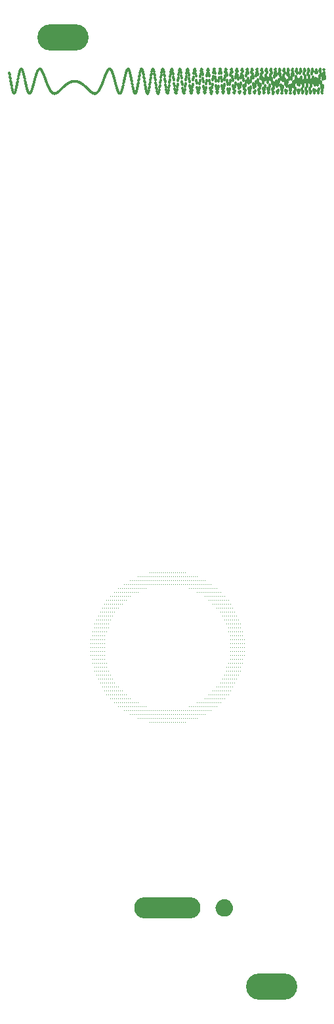
<source format=gts>
G04 Layer: TopSolderMaskLayer*
G04 EasyEDA v6.5.29, 2023-07-18 11:26:45*
G04 dee4f192ebb34c66a732ff03969ef4b9,5a6b42c53f6a479593ecc07194224c93,10*
G04 Gerber Generator version 0.2*
G04 Scale: 100 percent, Rotated: No, Reflected: No *
G04 Dimensions in millimeters *
G04 leading zeros omitted , absolute positions ,4 integer and 5 decimal *
%FSLAX45Y45*%
%MOMM*%

%ADD10C,0.3556*%
%ADD11O,6.6032126X3.4031936000000003*%
%ADD12O,8.543188400000002X2.7631898*%
%ADD13C,0.1000*%

%LPD*%
G36*
X2768600Y1457299D02*
G01*
X2758897Y1456893D01*
X2754071Y1456385D01*
X2744520Y1454708D01*
X2735173Y1452219D01*
X2726029Y1448968D01*
X2717241Y1444904D01*
X2708808Y1440129D01*
X2700782Y1434642D01*
X2693314Y1428445D01*
X2686405Y1421688D01*
X2680055Y1414322D01*
X2674416Y1406448D01*
X2669438Y1398117D01*
X2665171Y1389380D01*
X2661716Y1380337D01*
X2659024Y1371041D01*
X2657195Y1361490D01*
X2656535Y1356715D01*
X2655925Y1347012D01*
X2656128Y1337310D01*
X2656535Y1332484D01*
X2658008Y1322933D01*
X2659024Y1318158D01*
X2661716Y1308862D01*
X2665171Y1299819D01*
X2669438Y1291082D01*
X2674416Y1282750D01*
X2680055Y1274876D01*
X2686405Y1267510D01*
X2693314Y1260754D01*
X2700782Y1254556D01*
X2708808Y1249070D01*
X2717241Y1244295D01*
X2726029Y1240231D01*
X2735173Y1236980D01*
X2744520Y1234490D01*
X2754071Y1232814D01*
X2763774Y1232001D01*
X2773476Y1232001D01*
X2783128Y1232814D01*
X2792679Y1234490D01*
X2802026Y1236980D01*
X2811170Y1240231D01*
X2820009Y1244295D01*
X2828442Y1249070D01*
X2836418Y1254556D01*
X2843885Y1260754D01*
X2850845Y1267510D01*
X2857144Y1274876D01*
X2862834Y1282750D01*
X2867761Y1291082D01*
X2872028Y1299819D01*
X2875483Y1308862D01*
X2878175Y1318158D01*
X2880004Y1327708D01*
X2880664Y1332484D01*
X2881274Y1342186D01*
X2881071Y1351889D01*
X2880664Y1356715D01*
X2879191Y1366266D01*
X2878175Y1371041D01*
X2875483Y1380337D01*
X2872028Y1389380D01*
X2867761Y1398117D01*
X2862834Y1406448D01*
X2857144Y1414322D01*
X2850845Y1421688D01*
X2843885Y1428445D01*
X2836418Y1434642D01*
X2828442Y1440129D01*
X2820009Y1444904D01*
X2811170Y1448968D01*
X2802026Y1452219D01*
X2792679Y1454708D01*
X2783128Y1456385D01*
X2773476Y1457198D01*
G37*
D10*
X-4229Y12109815D02*
G01*
X4234Y12088850D01*
X4234Y12065848D02*
G01*
X12705Y12041286D01*
X12705Y12016003D02*
G01*
X21170Y11990481D01*
X21170Y11965559D02*
G01*
X29634Y11941683D01*
X29634Y11919612D02*
G01*
X38105Y11899706D01*
X38105Y11882561D02*
G01*
X46570Y11868434D01*
X46570Y11857720D02*
G01*
X55034Y11850545D01*
X55034Y11847065D02*
G01*
X63505Y11847296D01*
X63505Y11851159D02*
G01*
X71970Y11858531D01*
X71970Y11869160D02*
G01*
X80434Y11882798D01*
X80434Y11899038D02*
G01*
X88905Y11917547D01*
X88905Y11937814D02*
G01*
X97370Y11959450D01*
X97370Y11981903D02*
G01*
X105834Y12004756D01*
X105834Y12027463D02*
G01*
X114305Y12049615D01*
X114305Y12070735D02*
G01*
X122770Y12090450D01*
X122770Y12108365D02*
G01*
X131234Y12124176D01*
X131234Y12137603D02*
G01*
X139705Y12148444D01*
X139705Y12156523D02*
G01*
X148170Y12161756D01*
X148170Y12164082D02*
G01*
X156634Y12163511D01*
X156634Y12160120D02*
G01*
X165105Y12154011D01*
X165105Y12145335D02*
G01*
X173570Y12134303D01*
X173570Y12121134D02*
G01*
X182034Y12106107D01*
X182034Y12089488D02*
G01*
X190505Y12071611D01*
X190505Y12052752D02*
G01*
X198970Y12033288D01*
X198970Y12013473D02*
G01*
X207434Y11993699D01*
X207434Y11974202D02*
G01*
X215905Y11955338D01*
X215905Y11937324D02*
G01*
X224370Y11920463D01*
X224370Y11904929D02*
G01*
X232834Y11890976D01*
X232834Y11878716D02*
G01*
X241305Y11868335D01*
X241305Y11859902D02*
G01*
X249770Y11853534D01*
X249770Y11849229D02*
G01*
X258234Y11847034D01*
X258234Y11846918D02*
G01*
X266705Y11848838D01*
X266705Y11852739D02*
G01*
X275170Y11858500D01*
X275170Y11866059D02*
G01*
X283634Y11875218D01*
X283634Y11885896D02*
G01*
X292105Y11897865D01*
X292105Y11911037D02*
G01*
X300570Y11925132D01*
X300570Y11940082D02*
G01*
X309034Y11955574D01*
X309034Y11971553D02*
G01*
X317505Y11987702D01*
X317505Y12003986D02*
G01*
X325970Y12020077D01*
X325970Y12035965D02*
G01*
X334434Y12051339D01*
X334434Y12066209D02*
G01*
X342905Y12080298D01*
X342905Y12093618D02*
G01*
X351370Y12105927D01*
X351370Y12117275D02*
G01*
X359834Y12127445D01*
X359834Y12136493D02*
G01*
X368305Y12144263D01*
X368305Y12150818D02*
G01*
X376770Y12156038D01*
X376770Y12159995D02*
G01*
X385234Y12162637D01*
X385234Y12164001D02*
G01*
X393705Y12164108D01*
X393705Y12162977D02*
G01*
X402170Y12160676D01*
X402170Y12157229D02*
G01*
X410634Y12152734D01*
X410634Y12147189D02*
G01*
X419105Y12140752D01*
X419105Y12133399D02*
G01*
X427570Y12125312D01*
X427570Y12116457D02*
G01*
X436034Y12107037D01*
X436034Y12096998D02*
G01*
X444505Y12086579D01*
X444505Y12075685D02*
G01*
X452970Y12064583D01*
X452970Y12053161D02*
G01*
X461434Y12041690D01*
X461434Y12030044D02*
G01*
X469905Y12018497D01*
X469905Y12006894D02*
G01*
X478370Y11995533D01*
X478370Y11984248D02*
G01*
X486834Y11973303D01*
X486834Y11962531D02*
G01*
X495305Y11952206D01*
X495305Y11942142D02*
G01*
X503770Y11932592D01*
X503770Y11923377D02*
G01*
X512234Y11914733D01*
X512234Y11906478D02*
G01*
X520705Y11898828D01*
X520705Y11891609D02*
G01*
X529170Y11885010D01*
X529170Y11878878D02*
G01*
X537634Y11873364D01*
X537634Y11868335D02*
G01*
X546105Y11863908D01*
X546105Y11859963D02*
G01*
X554570Y11856603D01*
X554570Y11853720D02*
G01*
X563034Y11851388D01*
X563034Y11849521D02*
G01*
X571505Y11848157D01*
X571505Y11847245D02*
G01*
X579970Y11846780D01*
X579970Y11846750D02*
G01*
X588434Y11847116D01*
X588434Y11847878D02*
G01*
X596905Y11848993D01*
X596905Y11850471D02*
G01*
X605370Y11852236D01*
X605370Y11854340D02*
G01*
X613834Y11856676D01*
X613834Y11859313D02*
G01*
X622305Y11862140D01*
X622305Y11865229D02*
G01*
X630770Y11868447D01*
X630770Y11871901D02*
G01*
X639234Y11875442D01*
X639234Y11879181D02*
G01*
X647705Y11882958D01*
X647705Y11886920D02*
G01*
X656170Y11890865D01*
X656170Y11894969D02*
G01*
X664641Y11899026D01*
X664641Y11903212D02*
G01*
X673100Y11907309D01*
X673100Y11911520D02*
G01*
X681570Y11915620D01*
X681570Y11919805D02*
G01*
X690041Y11923854D01*
X690041Y11927972D02*
G01*
X698500Y11931929D01*
X698500Y11935940D02*
G01*
X706970Y11939772D01*
X706970Y11943648D02*
G01*
X715441Y11947319D01*
X715441Y11951035D02*
G01*
X723900Y11954525D01*
X723900Y11958048D02*
G01*
X732370Y11961340D01*
X732370Y11964652D02*
G01*
X740841Y11967728D01*
X740841Y11970816D02*
G01*
X749300Y11973669D01*
X749300Y11976521D02*
G01*
X757770Y11979125D01*
X757770Y11981736D02*
G01*
X766241Y11984093D01*
X766241Y11986455D02*
G01*
X774700Y11988563D01*
X774700Y11990666D02*
G01*
X783170Y11992513D01*
X783170Y11994362D02*
G01*
X791641Y11995942D01*
X791641Y11997524D02*
G01*
X800100Y11998853D01*
X800100Y12000174D02*
G01*
X808570Y12001233D01*
X808570Y12002287D02*
G01*
X817041Y12003082D01*
X817041Y12003874D02*
G01*
X825500Y12004403D01*
X825500Y12004936D02*
G01*
X833970Y12005195D01*
X833970Y12005462D02*
G01*
X842441Y12005462D01*
X842441Y12005462D02*
G01*
X850900Y12005195D01*
X850900Y12004936D02*
G01*
X859370Y12004403D01*
X859370Y12003874D02*
G01*
X867841Y12003082D01*
X867841Y12002287D02*
G01*
X876300Y12001233D01*
X876300Y12000174D02*
G01*
X884770Y11998853D01*
X884770Y11997524D02*
G01*
X893241Y11995942D01*
X893241Y11994362D02*
G01*
X901700Y11992513D01*
X901700Y11990666D02*
G01*
X910170Y11988563D01*
X910170Y11986455D02*
G01*
X918641Y11984093D01*
X918641Y11981743D02*
G01*
X927100Y11979125D01*
X927100Y11976521D02*
G01*
X935570Y11973669D01*
X935570Y11970821D02*
G01*
X944041Y11967728D01*
X944041Y11964652D02*
G01*
X952500Y11961340D01*
X952500Y11958048D02*
G01*
X960970Y11954525D01*
X960970Y11951035D02*
G01*
X969441Y11947319D01*
X969441Y11943648D02*
G01*
X977900Y11939772D01*
X977900Y11935947D02*
G01*
X986370Y11931929D01*
X986370Y11927972D02*
G01*
X994841Y11923854D01*
X994841Y11919805D02*
G01*
X1003300Y11915620D01*
X1003300Y11911520D02*
G01*
X1011770Y11907309D01*
X1011770Y11903212D02*
G01*
X1020241Y11899026D01*
X1020241Y11894969D02*
G01*
X1028700Y11890865D01*
X1028700Y11886920D02*
G01*
X1037170Y11882958D01*
X1037170Y11879181D02*
G01*
X1045641Y11875442D01*
X1045641Y11871901D02*
G01*
X1054100Y11868447D01*
X1054100Y11865229D02*
G01*
X1062570Y11862140D01*
X1062570Y11859318D02*
G01*
X1071041Y11856676D01*
X1071041Y11854340D02*
G01*
X1079500Y11852236D01*
X1079500Y11850471D02*
G01*
X1087970Y11848993D01*
X1087970Y11847878D02*
G01*
X1096441Y11847116D01*
X1096441Y11846750D02*
G01*
X1104900Y11846780D01*
X1104900Y11847245D02*
G01*
X1113370Y11848157D01*
X1113370Y11849521D02*
G01*
X1121841Y11851388D01*
X1121841Y11853720D02*
G01*
X1130300Y11856603D01*
X1130300Y11859958D02*
G01*
X1138770Y11863908D01*
X1138770Y11868330D02*
G01*
X1147241Y11873364D01*
X1147241Y11878871D02*
G01*
X1155700Y11885010D01*
X1155700Y11891601D02*
G01*
X1164170Y11898828D01*
X1164170Y11906465D02*
G01*
X1172641Y11914733D01*
X1172641Y11923364D02*
G01*
X1181100Y11932592D01*
X1181100Y11942130D02*
G01*
X1189570Y11952206D01*
X1189570Y11962513D02*
G01*
X1198041Y11973303D01*
X1198041Y11984230D02*
G01*
X1206500Y11995533D01*
X1206500Y12006877D02*
G01*
X1214970Y12018497D01*
X1214970Y12030019D02*
G01*
X1223441Y12041690D01*
X1223441Y12053138D02*
G01*
X1231900Y12064583D01*
X1231900Y12075665D02*
G01*
X1240370Y12086579D01*
X1240370Y12096973D02*
G01*
X1248841Y12107037D01*
X1248841Y12116432D02*
G01*
X1257300Y12125312D01*
X1257300Y12133379D02*
G01*
X1265770Y12140752D01*
X1265770Y12147179D02*
G01*
X1274241Y12152734D01*
X1274241Y12157217D02*
G01*
X1282700Y12160676D01*
X1282700Y12162972D02*
G01*
X1291170Y12164108D01*
X1291170Y12164001D02*
G01*
X1299641Y12162637D01*
X1299641Y12160008D02*
G01*
X1308100Y12156038D01*
X1308100Y12150836D02*
G01*
X1316570Y12144263D01*
X1316570Y12136518D02*
G01*
X1325041Y12127445D01*
X1325041Y12117306D02*
G01*
X1333500Y12105927D01*
X1333500Y12093661D02*
G01*
X1341970Y12080298D01*
X1341970Y12066259D02*
G01*
X1350441Y12051339D01*
X1350441Y12036016D02*
G01*
X1358900Y12020077D01*
X1358900Y12004042D02*
G01*
X1367370Y11987702D01*
X1367370Y11971616D02*
G01*
X1375841Y11955574D01*
X1375841Y11940138D02*
G01*
X1384300Y11925132D01*
X1384300Y11911093D02*
G01*
X1392770Y11897865D01*
X1392770Y11885947D02*
G01*
X1401241Y11875218D01*
X1401241Y11866090D02*
G01*
X1409700Y11858500D01*
X1409700Y11852757D02*
G01*
X1418170Y11848838D01*
X1418170Y11846923D02*
G01*
X1426641Y11847034D01*
X1426641Y11849211D02*
G01*
X1435100Y11853534D01*
X1435100Y11859872D02*
G01*
X1443570Y11868335D01*
X1443570Y11878660D02*
G01*
X1452041Y11890976D01*
X1452041Y11904855D02*
G01*
X1460500Y11920463D01*
X1460500Y11937237D02*
G01*
X1468970Y11955338D01*
X1468970Y11974103D02*
G01*
X1477441Y11993699D01*
X1477441Y12013369D02*
G01*
X1485900Y12033288D01*
X1485900Y12052653D02*
G01*
X1494370Y12071611D01*
X1494370Y12089389D02*
G01*
X1502841Y12106107D01*
X1502841Y12121052D02*
G01*
X1511300Y12134303D01*
X1511300Y12145274D02*
G01*
X1519770Y12154011D01*
X1519770Y12160095D02*
G01*
X1528241Y12163511D01*
X1528241Y12164087D02*
G01*
X1536700Y12161756D01*
X1536700Y12156567D02*
G01*
X1545170Y12148444D01*
X1545170Y12137684D02*
G01*
X1553641Y12124176D01*
X1553641Y12108477D02*
G01*
X1562100Y12090450D01*
X1562100Y12070877D02*
G01*
X1570570Y12049615D01*
X1570570Y12027618D02*
G01*
X1579041Y12004756D01*
X1579041Y11982066D02*
G01*
X1587500Y11959450D01*
X1587500Y11937969D02*
G01*
X1595970Y11917547D01*
X1595970Y11899168D02*
G01*
X1604441Y11882798D01*
X1604441Y11869254D02*
G01*
X1612900Y11858531D01*
X1612900Y11851203D02*
G01*
X1621370Y11847296D01*
X1621370Y11847052D02*
G01*
X1629841Y11850545D01*
X1629841Y11857644D02*
G01*
X1638300Y11868434D01*
X1638300Y11882432D02*
G01*
X1646770Y11899706D01*
X1646770Y11919427D02*
G01*
X1655241Y11941683D01*
X1655241Y11965348D02*
G01*
X1663700Y11990481D01*
X1663700Y12015774D02*
G01*
X1672170Y12041286D01*
X1672170Y12065632D02*
G01*
X1680641Y12088850D01*
X1680641Y12109635D02*
G01*
X1689100Y12127984D01*
X1689100Y12142848D02*
G01*
X1697570Y12154184D01*
X1697570Y12161316D02*
G01*
X1706041Y12164174D01*
X1706041Y12162538D02*
G01*
X1714500Y12156343D01*
X1714500Y12145881D02*
G01*
X1722970Y12131093D01*
X1722970Y12112774D02*
G01*
X1731441Y12090890D01*
X1731441Y12066681D02*
G01*
X1739900Y12040133D01*
X1739900Y12012805D02*
G01*
X1748370Y11984708D01*
X1748370Y11957545D02*
G01*
X1756841Y11931365D01*
X1756841Y11907794D02*
G01*
X1765300Y11886890D01*
X1765300Y11870021D02*
G01*
X1773770Y11857253D01*
X1773770Y11849460D02*
G01*
X1782241Y11846712D01*
X1782241Y11849260D02*
G01*
X1790700Y11857179D01*
X1790700Y11870004D02*
G01*
X1799170Y11887776D01*
X1799170Y11909374D02*
G01*
X1807641Y11934812D01*
X1807641Y11962401D02*
G01*
X1816100Y11992112D01*
X1816100Y12021931D02*
G01*
X1824570Y12051779D01*
X1824570Y12079584D02*
G01*
X1833041Y12105225D01*
X1833041Y12126882D02*
G01*
X1841500Y12144430D01*
X1841500Y12156559D02*
G01*
X1849970Y12163170D01*
X1849970Y12163709D02*
G01*
X1858441Y12158103D01*
X1858441Y12146681D02*
G01*
X1866900Y12129437D01*
X1866900Y12107557D02*
G01*
X1875370Y12081103D01*
X1875370Y12052007D02*
G01*
X1883841Y12020356D01*
X1883841Y11988558D02*
G01*
X1892300Y11956745D01*
X1892300Y11927395D02*
G01*
X1900770Y11900674D01*
X1900770Y11878703D02*
G01*
X1909241Y11861670D01*
X1909241Y11850971D02*
G01*
X1917700Y11846750D01*
X1917700Y11849417D02*
G01*
X1926170Y11859028D01*
X1926170Y11874883D02*
G01*
X1934641Y11896961D01*
X1934641Y11923501D02*
G01*
X1943100Y11954395D01*
X1943100Y11987095D02*
G01*
X1951570Y12021411D01*
X1951570Y12054459D02*
G01*
X1960041Y12085985D01*
X1960041Y12113282D02*
G01*
X1968500Y12136097D01*
X1968500Y12152406D02*
G01*
X1976970Y12162010D01*
X1976970Y12164001D02*
G01*
X1985441Y12158284D01*
X1985441Y12145269D02*
G01*
X1993900Y12124997D01*
X1993900Y12099211D02*
G01*
X2002370Y12068063D01*
X2002370Y12034354D02*
G01*
X2010841Y11998325D01*
X2010841Y11963288D02*
G01*
X2019300Y11929567D01*
X2019300Y11900321D02*
G01*
X2027770Y11875863D01*
X2027770Y11858556D02*
G01*
X2036241Y11848635D01*
X2036241Y11847134D02*
G01*
X2044700Y11854141D01*
X2044700Y11869066D02*
G01*
X2053170Y11891850D01*
X2053170Y11920326D02*
G01*
X2061641Y11954271D01*
X2061641Y11990362D02*
G01*
X2070100Y12028251D01*
X2070100Y12064144D02*
G01*
X2078570Y12097649D01*
X2078570Y12125325D02*
G01*
X2087041Y12146818D01*
X2087041Y12159853D02*
G01*
X2095500Y12164207D01*
X2095500Y12159338D02*
G01*
X2103970Y12145218D01*
X2103970Y12123242D02*
G01*
X2112441Y12093587D01*
X2112441Y12059351D02*
G01*
X2120900Y12020890D01*
X2120900Y11982307D02*
G01*
X2129370Y11944083D01*
X2129370Y11910380D02*
G01*
X2137841Y11881662D01*
X2137841Y11861142D02*
G01*
X2146300Y11849155D01*
X2146300Y11847128D02*
G01*
X2154770Y11855170D01*
X2154770Y11872465D02*
G01*
X2163241Y11898876D01*
X2163241Y11931464D02*
G01*
X2171700Y11969849D01*
X2171700Y12009661D02*
G01*
X2180170Y12050364D01*
X2180170Y12087212D02*
G01*
X2188641Y12119663D01*
X2188641Y12143836D02*
G01*
X2197100Y12159325D01*
X2197100Y12164207D02*
G01*
X2205570Y12158309D01*
X2205570Y12142254D02*
G01*
X2214041Y12116178D01*
X2214041Y12083188D02*
G01*
X2222500Y12043704D01*
X2222500Y12002554D02*
G01*
X2230970Y11960331D01*
X2230970Y11922292D02*
G01*
X2239441Y11889071D01*
X2239441Y11864893D02*
G01*
X2247900Y11850204D01*
X2247900Y11846961D02*
G01*
X2256370Y11855312D01*
X2256370Y11874289D02*
G01*
X2264841Y11903664D01*
X2264841Y11939699D02*
G01*
X2273300Y11981873D01*
X2273300Y12024680D02*
G01*
X2281770Y12067418D01*
X2281770Y12104403D02*
G01*
X2290241Y12134961D01*
X2290241Y12154949D02*
G01*
X2298700Y12163920D01*
X2298700Y12160577D02*
G01*
X2307170Y12144877D01*
X2307170Y12118868D02*
G01*
X2315641Y12082934D01*
X2315641Y12041962D02*
G01*
X2324100Y11996643D01*
X2324100Y11953293D02*
G01*
X2332570Y11912706D01*
X2332570Y11880644D02*
G01*
X2341041Y11857763D01*
X2341041Y11847400D02*
G01*
X2349500Y11849849D01*
X2349500Y11864863D02*
G01*
X2357970Y11892241D01*
X2357970Y11928109D02*
G01*
X2366441Y11971832D01*
X2366441Y12017052D02*
G01*
X2374900Y12062896D01*
X2374900Y12102566D02*
G01*
X2383370Y12135220D01*
X2383370Y12155926D02*
G01*
X2391841Y12164169D01*
X2391841Y12158606D02*
G01*
X2400300Y12139241D01*
X2400300Y12108942D02*
G01*
X2408770Y12068235D01*
X2408770Y12023333D02*
G01*
X2417241Y11975132D01*
X2417241Y11931116D02*
G01*
X2425700Y11892241D01*
X2425700Y11864665D02*
G01*
X2434170Y11849056D01*
X2434170Y11847972D02*
G01*
X2442641Y11861551D01*
X2442641Y11887728D02*
G01*
X2451100Y11926013D01*
X2451100Y11970308D02*
G01*
X2459570Y12019681D01*
X2459570Y12066104D02*
G01*
X2468041Y12108520D01*
X2468041Y12139909D02*
G01*
X2476500Y12159493D01*
X2476500Y12163920D02*
G01*
X2484970Y12152988D01*
X2484970Y12128418D02*
G01*
X2493441Y12090679D01*
X2493441Y12046079D02*
G01*
X2501900Y11995602D01*
X2501900Y11947842D02*
G01*
X2510370Y11903930D01*
X2510370Y11871479D02*
G01*
X2518841Y11851345D01*
X2518841Y11847103D02*
G01*
X2527300Y11858972D01*
X2527300Y11884980D02*
G01*
X2535770Y11924593D01*
X2535770Y11970877D02*
G01*
X2544241Y12022757D01*
X2544241Y12070984D02*
G01*
X2552700Y12114342D01*
X2552700Y12144982D02*
G01*
X2561170Y12162048D01*
X2561170Y12162345D02*
G01*
X2569641Y12145746D01*
X2569641Y12115198D02*
G01*
X2578100Y12071380D01*
X2578100Y12022310D02*
G01*
X2586570Y11969229D01*
X2586570Y11922013D02*
G01*
X2595041Y11881934D01*
X2595041Y11856585D02*
G01*
X2603500Y11846730D01*
X2603500Y11854334D02*
G01*
X2611970Y11879323D01*
X2611970Y11917009D02*
G01*
X2620441Y11966481D01*
X2620441Y12018243D02*
G01*
X2628900Y12070928D01*
X2628900Y12114263D02*
G01*
X2637370Y12147021D01*
X2637370Y12162693D02*
G01*
X2645841Y12160745D01*
X2645841Y12141454D02*
G01*
X2654300Y12105225D01*
X2654300Y12059213D02*
G01*
X2662770Y12004624D01*
X2662770Y11952411D02*
G01*
X2671241Y11904042D01*
X2671241Y11869376D02*
G01*
X2679700Y11849483D01*
X2679700Y11848518D02*
G01*
X2688170Y11866636D01*
X2688170Y11900204D02*
G01*
X2696641Y11948363D01*
X2696641Y12001164D02*
G01*
X2705100Y12057118D01*
X2705100Y12104489D02*
G01*
X2713570Y12141857D01*
X2713570Y12161248D02*
G01*
X2722041Y12161979D01*
X2722041Y12143785D02*
G01*
X2730500Y12107092D01*
X2730500Y12059686D02*
G01*
X2738970Y12002902D01*
X2738970Y11949000D02*
G01*
X2747441Y11899607D01*
X2747441Y11865546D02*
G01*
X2755900Y11847934D01*
X2755900Y11850743D02*
G01*
X2764370Y11874022D01*
X2764370Y11912699D02*
G01*
X2772841Y11965706D01*
X2772841Y12021251D02*
G01*
X2781300Y12077656D01*
X2781300Y12122200D02*
G01*
X2789770Y12153435D01*
X2789770Y12164194D02*
G01*
X2798241Y12154016D01*
X2798241Y12125119D02*
G01*
X2806700Y12078294D01*
X2806700Y12024253D02*
G01*
X2815170Y11964652D01*
X2815170Y11913313D02*
G01*
X2823641Y11871919D01*
X2823641Y11850222D02*
G01*
X2832100Y11849031D01*
X2832100Y11868726D02*
G01*
X2840570Y11908805D01*
X2840570Y11959846D02*
G01*
X2849041Y12020257D01*
X2849041Y12075629D02*
G01*
X2857500Y12124115D01*
X2857500Y12153986D02*
G01*
X2865970Y12164156D01*
X2865970Y12152045D02*
G01*
X2874441Y12117938D01*
X2874441Y12070059D02*
G01*
X2882900Y12009927D01*
X2882900Y11952305D02*
G01*
X2891370Y11899130D01*
X2891370Y11863641D02*
G01*
X2899841Y11847121D01*
X2899841Y11853806D02*
G01*
X2908300Y11883598D01*
X2908300Y11929107D02*
G01*
X2916770Y11988868D01*
X2916770Y12047791D02*
G01*
X2925241Y12103856D01*
X2925241Y12142718D02*
G01*
X2933700Y12162947D01*
X2933700Y12159239D02*
G01*
X2942170Y12131593D01*
X2942170Y12087064D02*
G01*
X2950641Y12027093D01*
X2950641Y11967268D02*
G01*
X2959100Y11909686D01*
X2959100Y11869483D02*
G01*
X2967570Y11848175D01*
X2967570Y11851492D02*
G01*
X2976041Y11879460D01*
X2976041Y11924723D02*
G01*
X2984500Y11985779D01*
X2984500Y12046320D02*
G01*
X2992970Y12104184D01*
X2992970Y12143712D02*
G01*
X3001441Y12163394D01*
X3001441Y12157788D02*
G01*
X3009900Y12126950D01*
X3009900Y12079218D02*
G01*
X3018370Y12016221D01*
X3018370Y11955277D02*
G01*
X3026841Y11898591D01*
X3026841Y11861942D02*
G01*
X3035300Y11846755D01*
X3035300Y11857385D02*
G01*
X3043770Y11893575D01*
X3043770Y11945249D02*
G01*
X3052241Y12010603D01*
X3052241Y12071164D02*
G01*
X3060700Y12124692D01*
X3060700Y12155871D02*
G01*
X3069170Y12163437D01*
X3069170Y12145119D02*
G01*
X3077641Y12101451D01*
X3077641Y12044951D02*
G01*
X3086100Y11977657D01*
X3086100Y11919104D02*
G01*
X3094570Y11871523D01*
X3094570Y11848901D02*
G01*
X3103041Y11852219D01*
X3103041Y11880601D02*
G01*
X3111500Y11933113D01*
X3111500Y11994276D02*
G01*
X3119970Y12061825D01*
X3119970Y12115606D02*
G01*
X3128441Y12153521D01*
X3128441Y12164108D02*
G01*
X3136900Y12146818D01*
X3136900Y12106770D02*
G01*
X3145370Y12045373D01*
X3145370Y11981233D02*
G01*
X3153841Y11916785D01*
X3153841Y11871772D02*
G01*
X3162300Y11848020D01*
X3162300Y11852945D02*
G01*
X3170770Y11886486D01*
X3170770Y11938365D02*
G01*
X3179241Y12006666D01*
X3179241Y12070133D02*
G01*
X3187700Y12126285D01*
X3187700Y12157466D02*
G01*
X3196170Y12162327D01*
X3196170Y12139234D02*
G01*
X3204641Y12088942D01*
X3204641Y12027347D02*
G01*
X3213100Y11956788D01*
X3213100Y11899806D02*
G01*
X3221570Y11858706D01*
X3221570Y11846768D02*
G01*
X3230041Y11864609D01*
X3230041Y11906572D02*
G01*
X3238500Y11971108D01*
X3238500Y12037286D02*
G01*
X3246970Y12102510D01*
X3246970Y12145385D02*
G01*
X3255441Y12164118D01*
X3255441Y12152436D02*
G01*
X3263900Y12110659D01*
X3263900Y12052536D02*
G01*
X3272370Y11980285D01*
X3272370Y11917969D02*
G01*
X3280841Y11868111D01*
X3280841Y11847499D02*
G01*
X3289300Y11857088D01*
X3289300Y11893755D02*
G01*
X3297770Y11956150D01*
X3297770Y12023196D02*
G01*
X3306241Y12092216D01*
X3306241Y12139642D02*
G01*
X3314700Y12163480D01*
X3314700Y12155444D02*
G01*
X3323170Y12115718D01*
X3323170Y12057905D02*
G01*
X3331641Y11984261D01*
X3331641Y11920321D02*
G01*
X3340100Y11868701D01*
X3340100Y11847494D02*
G01*
X3348570Y11857700D01*
X3348570Y11895830D02*
G01*
X3357041Y11960486D01*
X3357041Y12028891D02*
G01*
X3365500Y12098294D01*
X3365500Y12144034D02*
G01*
X3373970Y12164131D01*
X3373970Y12151319D02*
G01*
X3382441Y12105970D01*
X3382441Y12044281D02*
G01*
X3390900Y11968670D01*
X3390900Y11906443D02*
G01*
X3399370Y11860182D01*
X3399370Y11846768D02*
G01*
X3407841Y11866885D01*
X3407841Y11913293D02*
G01*
X3416300Y11984222D01*
X3416300Y12053681D02*
G01*
X3424770Y12118825D01*
X3424770Y12155561D02*
G01*
X3433241Y12162271D01*
X3433241Y12136351D02*
G01*
X3441700Y12078728D01*
X3441700Y12010819D02*
G01*
X3450170Y11935363D01*
X3450170Y11880689D02*
G01*
X3458641Y11849105D01*
X3458641Y11852635D02*
G01*
X3467100Y11891274D01*
X3467100Y11950463D02*
G01*
X3475570Y12027872D01*
X3475570Y12094009D02*
G01*
X3484041Y12146112D01*
X3484041Y12164138D02*
G01*
X3492500Y12147202D01*
X3492500Y12101736D02*
G01*
X3500970Y12029473D01*
X3500970Y11958358D02*
G01*
X3509441Y11891312D01*
X3509441Y11854489D02*
G01*
X3517900Y11849521D01*
X3517900Y11878462D02*
G01*
X3526370Y11940263D01*
X3526370Y12010671D02*
G01*
X3534841Y12086859D01*
X3534841Y12138652D02*
G01*
X3543300Y12163841D01*
X3543300Y12152312D02*
G01*
X3551770Y12104382D01*
X3551770Y12039127D02*
G01*
X3560241Y11959132D01*
X3560241Y11896539D02*
G01*
X3568700Y11853961D01*
X3568700Y11848678D02*
G01*
X3577170Y11881065D01*
X3577170Y11938060D02*
G01*
X3585641Y12017461D01*
X3585641Y12086889D02*
G01*
X3594100Y12143488D01*
X3594100Y12163988D02*
G01*
X3602570Y12147407D01*
X3602570Y12100483D02*
G01*
X3611041Y12024984D01*
X3611041Y11952145D02*
G01*
X3619500Y11884911D01*
X3619500Y11851325D02*
G01*
X3627970Y11852876D01*
X3627970Y11889016D02*
G01*
X3636441Y11958426D01*
X3636441Y12031985D02*
G01*
X3644900Y12106752D01*
X3644900Y12151103D02*
G01*
X3653370Y12163140D01*
X3653370Y12137659D02*
G01*
X3661841Y12075523D01*
X3661841Y12003181D02*
G01*
X3670300Y11923471D01*
X3670300Y11870598D02*
G01*
X3678770Y11846768D01*
X3678770Y11862333D02*
G01*
X3687241Y11916846D01*
X3687241Y11986773D02*
G01*
X3695700Y12069409D01*
X3695700Y12128797D02*
G01*
X3704170Y12162500D01*
X3704170Y12155698D02*
G01*
X3712641Y12108507D01*
X3712641Y12041571D02*
G01*
X3721100Y11957433D01*
X3721100Y11893232D02*
G01*
X3729570Y11851543D01*
X3729570Y11850941D02*
G01*
X3738041Y11891601D01*
X3738041Y11955500D02*
G01*
X3746500Y12040237D01*
X3746500Y12107900D02*
G01*
X3754970Y12155797D01*
X3754970Y12162320D02*
G01*
X3763441Y12127062D01*
X3763441Y12065855D02*
G01*
X3771900Y11980961D01*
X3771900Y11910900D02*
G01*
X3780370Y11858396D01*
X3780370Y11847474D02*
G01*
X3788841Y11878698D01*
X3788841Y11937850D02*
G01*
X3797300Y12022808D01*
X3797300Y12094474D02*
G01*
X3805770Y12150105D01*
X3805770Y12163907D02*
G01*
X3814241Y12135215D01*
X3814241Y12077260D02*
G01*
X3822700Y11992099D01*
X3822700Y11919452D02*
G01*
X3831170Y11862054D01*
X3831170Y11846880D02*
G01*
X3839641Y11874642D01*
X3839641Y11932356D02*
G01*
X3848100Y12018020D01*
X3848100Y12091131D02*
G01*
X3856570Y12148982D01*
X3856570Y12164014D02*
G01*
X3865041Y12135538D01*
X3865041Y12077054D02*
G01*
X3873500Y11990555D01*
X3873500Y11917492D02*
G01*
X3881970Y11860522D01*
X3881970Y11847146D02*
G01*
X3890441Y11877992D01*
X3890441Y11938228D02*
G01*
X3898900Y12025840D01*
X3898900Y12098276D02*
G01*
X3907370Y12152944D01*
X3907370Y12163115D02*
G01*
X3915841Y12128271D01*
X3915841Y12065396D02*
G01*
X3924300Y11976577D01*
X3924300Y11905505D02*
G01*
X3932770Y11854680D01*
X3932770Y11849298D02*
G01*
X3941241Y11889691D01*
X3941241Y11955896D02*
G01*
X3949700Y12045769D01*
X3949700Y12114504D02*
G01*
X3958170Y12159734D01*
X3958170Y12158743D02*
G01*
X3966641Y12111403D01*
X3966641Y12041436D02*
G01*
X3975100Y11951065D01*
X3975100Y11885935D02*
G01*
X3983570Y11848231D01*
X3983570Y11857167D02*
G01*
X3992041Y11912600D01*
X3992041Y11986374D02*
G01*
X4000500Y12076206D01*
X4000500Y12136140D02*
G01*
X4008970Y12164181D01*
X4008970Y12145850D02*
G01*
X4017441Y12081576D01*
X4017441Y12004420D02*
G01*
X4025900Y11916742D01*
X4025900Y11863964D02*
G01*
X4034370Y11847804D01*
X4034370Y11876750D02*
G01*
X4042841Y11950080D01*
X4042841Y12029559D02*
G01*
X4051300Y12112840D01*
X4051300Y12156231D02*
G01*
X4059770Y12158314D01*
X4059770Y12117920D02*
G01*
X4068241Y12036071D01*
D11*
G01*
X685800Y12573000D03*
G01*
X3378200Y330200D03*
D12*
G01*
X2032000Y1346200D03*
D13*
G75*
G01
X2849804Y4699000D02*
G03X2849804Y4699000I-5004J0D01*
G75*
G01
X2875204Y4699000D02*
G03X2875204Y4699000I-5004J0D01*
G75*
G01
X2900604Y4699000D02*
G03X2900604Y4699000I-5004J0D01*
G75*
G01
X2926004Y4699000D02*
G03X2926004Y4699000I-5004J0D01*
G75*
G01
X2951404Y4699000D02*
G03X2951404Y4699000I-5004J0D01*
G75*
G01
X2976804Y4699000D02*
G03X2976804Y4699000I-5004J0D01*
G75*
G01
X2862504Y4724400D02*
G03X2862504Y4724400I-5004J0D01*
G75*
G01
X3002204Y4699000D02*
G03X3002204Y4699000I-5004J0D01*
G75*
G01
X3027604Y4699000D02*
G03X3027604Y4699000I-5004J0D01*
G75*
G01
X2875204Y4749800D02*
G03X2875204Y4749800I-5004J0D01*
G75*
G01
X2849804Y4749800D02*
G03X2849804Y4749800I-5004J0D01*
G75*
G01
X3014904Y4724400D02*
G03X3014904Y4724400I-5004J0D01*
G75*
G01
X2989504Y4724400D02*
G03X2989504Y4724400I-5004J0D01*
G75*
G01
X2964104Y4724400D02*
G03X2964104Y4724400I-5004J0D01*
G75*
G01
X2938704Y4724400D02*
G03X2938704Y4724400I-5004J0D01*
G75*
G01
X2913304Y4724400D02*
G03X2913304Y4724400I-5004J0D01*
G75*
G01
X2887904Y4724400D02*
G03X2887904Y4724400I-5004J0D01*
G75*
G01
X3027604Y4749800D02*
G03X3027604Y4749800I-5004J0D01*
G75*
G01
X3002204Y4749800D02*
G03X3002204Y4749800I-5004J0D01*
G75*
G01
X2976804Y4749800D02*
G03X2976804Y4749800I-5004J0D01*
G75*
G01
X2951404Y4749800D02*
G03X2951404Y4749800I-5004J0D01*
G75*
G01
X2926004Y4749800D02*
G03X2926004Y4749800I-5004J0D01*
G75*
G01
X2900604Y4749800D02*
G03X2900604Y4749800I-5004J0D01*
G75*
G01
X2887904Y4826000D02*
G03X2887904Y4826000I-5004J0D01*
G75*
G01
X2913304Y4826000D02*
G03X2913304Y4826000I-5004J0D01*
G75*
G01
X2938704Y4826000D02*
G03X2938704Y4826000I-5004J0D01*
G75*
G01
X2964104Y4826000D02*
G03X2964104Y4826000I-5004J0D01*
G75*
G01
X2989504Y4826000D02*
G03X2989504Y4826000I-5004J0D01*
G75*
G01
X3014904Y4826000D02*
G03X3014904Y4826000I-5004J0D01*
G75*
G01
X2875204Y4800600D02*
G03X2875204Y4800600I-5004J0D01*
G75*
G01
X2900604Y4800600D02*
G03X2900604Y4800600I-5004J0D01*
G75*
G01
X2926004Y4800600D02*
G03X2926004Y4800600I-5004J0D01*
G75*
G01
X2951404Y4800600D02*
G03X2951404Y4800600I-5004J0D01*
G75*
G01
X2976804Y4800600D02*
G03X2976804Y4800600I-5004J0D01*
G75*
G01
X3002204Y4800600D02*
G03X3002204Y4800600I-5004J0D01*
G75*
G01
X2837104Y4826000D02*
G03X2837104Y4826000I-5004J0D01*
G75*
G01
X2862504Y4826000D02*
G03X2862504Y4826000I-5004J0D01*
G75*
G01
X3014904Y4775200D02*
G03X3014904Y4775200I-5004J0D01*
G75*
G01
X2989504Y4775200D02*
G03X2989504Y4775200I-5004J0D01*
G75*
G01
X2849804Y4800600D02*
G03X2849804Y4800600I-5004J0D01*
G75*
G01
X2964104Y4775200D02*
G03X2964104Y4775200I-5004J0D01*
G75*
G01
X2938704Y4775200D02*
G03X2938704Y4775200I-5004J0D01*
G75*
G01
X2913304Y4775200D02*
G03X2913304Y4775200I-5004J0D01*
G75*
G01
X2887904Y4775200D02*
G03X2887904Y4775200I-5004J0D01*
G75*
G01
X2862504Y4775200D02*
G03X2862504Y4775200I-5004J0D01*
G75*
G01
X3027604Y4800600D02*
G03X3027604Y4800600I-5004J0D01*
G75*
G01
X2811704Y4927600D02*
G03X2811704Y4927600I-5004J0D01*
G75*
G01
X2837104Y4927600D02*
G03X2837104Y4927600I-5004J0D01*
G75*
G01
X2862504Y4927600D02*
G03X2862504Y4927600I-5004J0D01*
G75*
G01
X2887904Y4927600D02*
G03X2887904Y4927600I-5004J0D01*
G75*
G01
X2913304Y4927600D02*
G03X2913304Y4927600I-5004J0D01*
G75*
G01
X2938704Y4927600D02*
G03X2938704Y4927600I-5004J0D01*
G75*
G01
X2824404Y4953000D02*
G03X2824404Y4953000I-5004J0D01*
G75*
G01
X2964104Y4927600D02*
G03X2964104Y4927600I-5004J0D01*
G75*
G01
X2989504Y4927600D02*
G03X2989504Y4927600I-5004J0D01*
G75*
G01
X2837104Y4978400D02*
G03X2837104Y4978400I-5004J0D01*
G75*
G01
X2811704Y4978400D02*
G03X2811704Y4978400I-5004J0D01*
G75*
G01
X2976804Y4953000D02*
G03X2976804Y4953000I-5004J0D01*
G75*
G01
X2951404Y4953000D02*
G03X2951404Y4953000I-5004J0D01*
G75*
G01
X2926004Y4953000D02*
G03X2926004Y4953000I-5004J0D01*
G75*
G01
X2900604Y4953000D02*
G03X2900604Y4953000I-5004J0D01*
G75*
G01
X2875204Y4953000D02*
G03X2875204Y4953000I-5004J0D01*
G75*
G01
X2849804Y4953000D02*
G03X2849804Y4953000I-5004J0D01*
G75*
G01
X2989504Y4978400D02*
G03X2989504Y4978400I-5004J0D01*
G75*
G01
X2964104Y4978400D02*
G03X2964104Y4978400I-5004J0D01*
G75*
G01
X2938704Y4978400D02*
G03X2938704Y4978400I-5004J0D01*
G75*
G01
X2913304Y4978400D02*
G03X2913304Y4978400I-5004J0D01*
G75*
G01
X2887904Y4978400D02*
G03X2887904Y4978400I-5004J0D01*
G75*
G01
X2862504Y4978400D02*
G03X2862504Y4978400I-5004J0D01*
G75*
G01
X2875204Y4902200D02*
G03X2875204Y4902200I-5004J0D01*
G75*
G01
X2900604Y4902200D02*
G03X2900604Y4902200I-5004J0D01*
G75*
G01
X2926004Y4902200D02*
G03X2926004Y4902200I-5004J0D01*
G75*
G01
X2951404Y4902200D02*
G03X2951404Y4902200I-5004J0D01*
G75*
G01
X2976804Y4902200D02*
G03X2976804Y4902200I-5004J0D01*
G75*
G01
X3002204Y4902200D02*
G03X3002204Y4902200I-5004J0D01*
G75*
G01
X2862504Y4876800D02*
G03X2862504Y4876800I-5004J0D01*
G75*
G01
X2887904Y4876800D02*
G03X2887904Y4876800I-5004J0D01*
G75*
G01
X2913304Y4876800D02*
G03X2913304Y4876800I-5004J0D01*
G75*
G01
X2938704Y4876800D02*
G03X2938704Y4876800I-5004J0D01*
G75*
G01
X2964104Y4876800D02*
G03X2964104Y4876800I-5004J0D01*
G75*
G01
X2989504Y4876800D02*
G03X2989504Y4876800I-5004J0D01*
G75*
G01
X2824404Y4902200D02*
G03X2824404Y4902200I-5004J0D01*
G75*
G01
X2849804Y4902200D02*
G03X2849804Y4902200I-5004J0D01*
G75*
G01
X3002204Y4851400D02*
G03X3002204Y4851400I-5004J0D01*
G75*
G01
X2976804Y4851400D02*
G03X2976804Y4851400I-5004J0D01*
G75*
G01
X2837104Y4876800D02*
G03X2837104Y4876800I-5004J0D01*
G75*
G01
X2951404Y4851400D02*
G03X2951404Y4851400I-5004J0D01*
G75*
G01
X2926004Y4851400D02*
G03X2926004Y4851400I-5004J0D01*
G75*
G01
X2900604Y4851400D02*
G03X2900604Y4851400I-5004J0D01*
G75*
G01
X2875204Y4851400D02*
G03X2875204Y4851400I-5004J0D01*
G75*
G01
X2849804Y4851400D02*
G03X2849804Y4851400I-5004J0D01*
G75*
G01
X3014904Y4876800D02*
G03X3014904Y4876800I-5004J0D01*
G75*
G01
X2964104Y5029200D02*
G03X2964104Y5029200I-5004J0D01*
G75*
G01
X2786304Y5080000D02*
G03X2786304Y5080000I-5004J0D01*
G75*
G01
X2811704Y5080000D02*
G03X2811704Y5080000I-5004J0D01*
G75*
G01
X2837104Y5080000D02*
G03X2837104Y5080000I-5004J0D01*
G75*
G01
X2862504Y5080000D02*
G03X2862504Y5080000I-5004J0D01*
G75*
G01
X2887904Y5080000D02*
G03X2887904Y5080000I-5004J0D01*
G75*
G01
X2773604Y5105400D02*
G03X2773604Y5105400I-5004J0D01*
G75*
G01
X2913304Y5080000D02*
G03X2913304Y5080000I-5004J0D01*
G75*
G01
X2938704Y5080000D02*
G03X2938704Y5080000I-5004J0D01*
G75*
G01
X2786304Y5130800D02*
G03X2786304Y5130800I-5004J0D01*
G75*
G01
X2760904Y5130800D02*
G03X2760904Y5130800I-5004J0D01*
G75*
G01
X2926004Y5105400D02*
G03X2926004Y5105400I-5004J0D01*
G75*
G01
X2900604Y5105400D02*
G03X2900604Y5105400I-5004J0D01*
G75*
G01
X2875204Y5105400D02*
G03X2875204Y5105400I-5004J0D01*
G75*
G01
X2849804Y5105400D02*
G03X2849804Y5105400I-5004J0D01*
G75*
G01
X2824404Y5105400D02*
G03X2824404Y5105400I-5004J0D01*
G75*
G01
X2799004Y5105400D02*
G03X2799004Y5105400I-5004J0D01*
G75*
G01
X2760904Y5080000D02*
G03X2760904Y5080000I-5004J0D01*
G75*
G01
X2913304Y5130800D02*
G03X2913304Y5130800I-5004J0D01*
G75*
G01
X2887904Y5130800D02*
G03X2887904Y5130800I-5004J0D01*
G75*
G01
X2862504Y5130800D02*
G03X2862504Y5130800I-5004J0D01*
G75*
G01
X2837104Y5130800D02*
G03X2837104Y5130800I-5004J0D01*
G75*
G01
X2811704Y5130800D02*
G03X2811704Y5130800I-5004J0D01*
G75*
G01
X2824404Y5054600D02*
G03X2824404Y5054600I-5004J0D01*
G75*
G01
X2849804Y5054600D02*
G03X2849804Y5054600I-5004J0D01*
G75*
G01
X2875204Y5054600D02*
G03X2875204Y5054600I-5004J0D01*
G75*
G01
X2900604Y5054600D02*
G03X2900604Y5054600I-5004J0D01*
G75*
G01
X2926004Y5054600D02*
G03X2926004Y5054600I-5004J0D01*
G75*
G01
X2951404Y5054600D02*
G03X2951404Y5054600I-5004J0D01*
G75*
G01
X2811704Y5029200D02*
G03X2811704Y5029200I-5004J0D01*
G75*
G01
X2837104Y5029200D02*
G03X2837104Y5029200I-5004J0D01*
G75*
G01
X2862504Y5029200D02*
G03X2862504Y5029200I-5004J0D01*
G75*
G01
X2887904Y5029200D02*
G03X2887904Y5029200I-5004J0D01*
G75*
G01
X2913304Y5029200D02*
G03X2913304Y5029200I-5004J0D01*
G75*
G01
X2938704Y5029200D02*
G03X2938704Y5029200I-5004J0D01*
G75*
G01
X2773604Y5054600D02*
G03X2773604Y5054600I-5004J0D01*
G75*
G01
X2799004Y5054600D02*
G03X2799004Y5054600I-5004J0D01*
G75*
G01
X2951404Y5003800D02*
G03X2951404Y5003800I-5004J0D01*
G75*
G01
X2926004Y5003800D02*
G03X2926004Y5003800I-5004J0D01*
G75*
G01
X2786304Y5029200D02*
G03X2786304Y5029200I-5004J0D01*
G75*
G01
X2900604Y5003800D02*
G03X2900604Y5003800I-5004J0D01*
G75*
G01
X2875204Y5003800D02*
G03X2875204Y5003800I-5004J0D01*
G75*
G01
X2849804Y5003800D02*
G03X2849804Y5003800I-5004J0D01*
G75*
G01
X2824404Y5003800D02*
G03X2824404Y5003800I-5004J0D01*
G75*
G01
X2799004Y5003800D02*
G03X2799004Y5003800I-5004J0D01*
G75*
G01
X2976804Y5003800D02*
G03X2976804Y5003800I-5004J0D01*
G75*
G01
X2900604Y5156200D02*
G03X2900604Y5156200I-5004J0D01*
G75*
G01
X2710104Y5232400D02*
G03X2710104Y5232400I-5004J0D01*
G75*
G01
X2735504Y5232400D02*
G03X2735504Y5232400I-5004J0D01*
G75*
G01
X2760904Y5232400D02*
G03X2760904Y5232400I-5004J0D01*
G75*
G01
X2786304Y5232400D02*
G03X2786304Y5232400I-5004J0D01*
G75*
G01
X2811704Y5232400D02*
G03X2811704Y5232400I-5004J0D01*
G75*
G01
X2697404Y5257800D02*
G03X2697404Y5257800I-5004J0D01*
G75*
G01
X2837104Y5232400D02*
G03X2837104Y5232400I-5004J0D01*
G75*
G01
X2862504Y5232400D02*
G03X2862504Y5232400I-5004J0D01*
G75*
G01
X2710104Y5283200D02*
G03X2710104Y5283200I-5004J0D01*
G75*
G01
X2684704Y5283200D02*
G03X2684704Y5283200I-5004J0D01*
G75*
G01
X2849804Y5257800D02*
G03X2849804Y5257800I-5004J0D01*
G75*
G01
X2824404Y5257800D02*
G03X2824404Y5257800I-5004J0D01*
G75*
G01
X2799004Y5257800D02*
G03X2799004Y5257800I-5004J0D01*
G75*
G01
X2773604Y5257800D02*
G03X2773604Y5257800I-5004J0D01*
G75*
G01
X2748204Y5257800D02*
G03X2748204Y5257800I-5004J0D01*
G75*
G01
X2722804Y5257800D02*
G03X2722804Y5257800I-5004J0D01*
G75*
G01
X2887904Y5181600D02*
G03X2887904Y5181600I-5004J0D01*
G75*
G01
X2837104Y5283200D02*
G03X2837104Y5283200I-5004J0D01*
G75*
G01
X2811704Y5283200D02*
G03X2811704Y5283200I-5004J0D01*
G75*
G01
X2786304Y5283200D02*
G03X2786304Y5283200I-5004J0D01*
G75*
G01
X2760904Y5283200D02*
G03X2760904Y5283200I-5004J0D01*
G75*
G01
X2735504Y5283200D02*
G03X2735504Y5283200I-5004J0D01*
G75*
G01
X2748204Y5207000D02*
G03X2748204Y5207000I-5004J0D01*
G75*
G01
X2773604Y5207000D02*
G03X2773604Y5207000I-5004J0D01*
G75*
G01
X2799004Y5207000D02*
G03X2799004Y5207000I-5004J0D01*
G75*
G01
X2824404Y5207000D02*
G03X2824404Y5207000I-5004J0D01*
G75*
G01
X2849804Y5207000D02*
G03X2849804Y5207000I-5004J0D01*
G75*
G01
X2875204Y5207000D02*
G03X2875204Y5207000I-5004J0D01*
G75*
G01
X2735504Y5181600D02*
G03X2735504Y5181600I-5004J0D01*
G75*
G01
X2760904Y5181600D02*
G03X2760904Y5181600I-5004J0D01*
G75*
G01
X2786304Y5181600D02*
G03X2786304Y5181600I-5004J0D01*
G75*
G01
X2811704Y5181600D02*
G03X2811704Y5181600I-5004J0D01*
G75*
G01
X2837104Y5181600D02*
G03X2837104Y5181600I-5004J0D01*
G75*
G01
X2862504Y5181600D02*
G03X2862504Y5181600I-5004J0D01*
G75*
G01
X2697404Y5207000D02*
G03X2697404Y5207000I-5004J0D01*
G75*
G01
X2722804Y5207000D02*
G03X2722804Y5207000I-5004J0D01*
G75*
G01
X2875204Y5156200D02*
G03X2875204Y5156200I-5004J0D01*
G75*
G01
X2849804Y5156200D02*
G03X2849804Y5156200I-5004J0D01*
G75*
G01
X2710104Y5181600D02*
G03X2710104Y5181600I-5004J0D01*
G75*
G01
X2824404Y5156200D02*
G03X2824404Y5156200I-5004J0D01*
G75*
G01
X2799004Y5156200D02*
G03X2799004Y5156200I-5004J0D01*
G75*
G01
X2773604Y5156200D02*
G03X2773604Y5156200I-5004J0D01*
G75*
G01
X2748204Y5156200D02*
G03X2748204Y5156200I-5004J0D01*
G75*
G01
X2722804Y5156200D02*
G03X2722804Y5156200I-5004J0D01*
G75*
G01
X2748204Y5105400D02*
G03X2748204Y5105400I-5004J0D01*
G75*
G01
X2735504Y5130800D02*
G03X2735504Y5130800I-5004J0D01*
G75*
G01
X2672004Y5207000D02*
G03X2672004Y5207000I-5004J0D01*
G75*
G01
X2684704Y5232400D02*
G03X2684704Y5232400I-5004J0D01*
G75*
G01
X2684704Y5181600D02*
G03X2684704Y5181600I-5004J0D01*
G75*
G01
X2659304Y5232400D02*
G03X2659304Y5232400I-5004J0D01*
G75*
G01
X2672004Y5257800D02*
G03X2672004Y5257800I-5004J0D01*
G75*
G01
X2646604Y5257800D02*
G03X2646604Y5257800I-5004J0D01*
G75*
G01
X2621204Y5257800D02*
G03X2621204Y5257800I-5004J0D01*
G75*
G01
X2659304Y5283200D02*
G03X2659304Y5283200I-5004J0D01*
G75*
G01
X2633904Y5283200D02*
G03X2633904Y5283200I-5004J0D01*
G75*
G01
X2608504Y5283200D02*
G03X2608504Y5283200I-5004J0D01*
G75*
G01
X2481504Y5537200D02*
G03X2481504Y5537200I-5004J0D01*
G75*
G01
X2506904Y5537200D02*
G03X2506904Y5537200I-5004J0D01*
G75*
G01
X2532304Y5537200D02*
G03X2532304Y5537200I-5004J0D01*
G75*
G01
X2494204Y5511800D02*
G03X2494204Y5511800I-5004J0D01*
G75*
G01
X2519604Y5511800D02*
G03X2519604Y5511800I-5004J0D01*
G75*
G01
X2545004Y5511800D02*
G03X2545004Y5511800I-5004J0D01*
G75*
G01
X2532304Y5486400D02*
G03X2532304Y5486400I-5004J0D01*
G75*
G01
X2557704Y5435600D02*
G03X2557704Y5435600I-5004J0D01*
G75*
G01
X2557704Y5486400D02*
G03X2557704Y5486400I-5004J0D01*
G75*
G01
X2545004Y5461000D02*
G03X2545004Y5461000I-5004J0D01*
G75*
G01
X2608504Y5384800D02*
G03X2608504Y5384800I-5004J0D01*
G75*
G01
X2621204Y5359400D02*
G03X2621204Y5359400I-5004J0D01*
G75*
G01
X2595804Y5410200D02*
G03X2595804Y5410200I-5004J0D01*
G75*
G01
X2621204Y5410200D02*
G03X2621204Y5410200I-5004J0D01*
G75*
G01
X2646604Y5410200D02*
G03X2646604Y5410200I-5004J0D01*
G75*
G01
X2672004Y5410200D02*
G03X2672004Y5410200I-5004J0D01*
G75*
G01
X2697404Y5410200D02*
G03X2697404Y5410200I-5004J0D01*
G75*
G01
X2583104Y5435600D02*
G03X2583104Y5435600I-5004J0D01*
G75*
G01
X2722804Y5410200D02*
G03X2722804Y5410200I-5004J0D01*
G75*
G01
X2583104Y5334000D02*
G03X2583104Y5334000I-5004J0D01*
G75*
G01
X2595804Y5461000D02*
G03X2595804Y5461000I-5004J0D01*
G75*
G01
X2570404Y5461000D02*
G03X2570404Y5461000I-5004J0D01*
G75*
G01
X2570404Y5359400D02*
G03X2570404Y5359400I-5004J0D01*
G75*
G01
X2557704Y5384800D02*
G03X2557704Y5384800I-5004J0D01*
G75*
G01
X2684704Y5435600D02*
G03X2684704Y5435600I-5004J0D01*
G75*
G01
X2659304Y5435600D02*
G03X2659304Y5435600I-5004J0D01*
G75*
G01
X2633904Y5435600D02*
G03X2633904Y5435600I-5004J0D01*
G75*
G01
X2608504Y5435600D02*
G03X2608504Y5435600I-5004J0D01*
G75*
G01
X2595804Y5359400D02*
G03X2595804Y5359400I-5004J0D01*
G75*
G01
X2545004Y5359400D02*
G03X2545004Y5359400I-5004J0D01*
G75*
G01
X2570404Y5410200D02*
G03X2570404Y5410200I-5004J0D01*
G75*
G01
X2672004Y5461000D02*
G03X2672004Y5461000I-5004J0D01*
G75*
G01
X2646604Y5461000D02*
G03X2646604Y5461000I-5004J0D01*
G75*
G01
X2621204Y5461000D02*
G03X2621204Y5461000I-5004J0D01*
G75*
G01
X2506904Y5435600D02*
G03X2506904Y5435600I-5004J0D01*
G75*
G01
X2532304Y5435600D02*
G03X2532304Y5435600I-5004J0D01*
G75*
G01
X2418004Y5410200D02*
G03X2418004Y5410200I-5004J0D01*
G75*
G01
X2443404Y5410200D02*
G03X2443404Y5410200I-5004J0D01*
G75*
G01
X2494204Y5410200D02*
G03X2494204Y5410200I-5004J0D01*
G75*
G01
X2532304Y5334000D02*
G03X2532304Y5334000I-5004J0D01*
G75*
G01
X2595804Y5511800D02*
G03X2595804Y5511800I-5004J0D01*
G75*
G01
X2519604Y5461000D02*
G03X2519604Y5461000I-5004J0D01*
G75*
G01
X2468804Y5410200D02*
G03X2468804Y5410200I-5004J0D01*
G75*
G01
X2545004Y5410200D02*
G03X2545004Y5410200I-5004J0D01*
G75*
G01
X2519604Y5410200D02*
G03X2519604Y5410200I-5004J0D01*
G75*
G01
X2506904Y5384800D02*
G03X2506904Y5384800I-5004J0D01*
G75*
G01
X2557704Y5537200D02*
G03X2557704Y5537200I-5004J0D01*
G75*
G01
X2506904Y5486400D02*
G03X2506904Y5486400I-5004J0D01*
G75*
G01
X2519604Y5359400D02*
G03X2519604Y5359400I-5004J0D01*
G75*
G01
X2583104Y5384800D02*
G03X2583104Y5384800I-5004J0D01*
G75*
G01
X2570404Y5511800D02*
G03X2570404Y5511800I-5004J0D01*
G75*
G01
X2532304Y5384800D02*
G03X2532304Y5384800I-5004J0D01*
G75*
G01
X2481504Y5384800D02*
G03X2481504Y5384800I-5004J0D01*
G75*
G01
X2633904Y5486400D02*
G03X2633904Y5486400I-5004J0D01*
G75*
G01
X2608504Y5486400D02*
G03X2608504Y5486400I-5004J0D01*
G75*
G01
X2583104Y5486400D02*
G03X2583104Y5486400I-5004J0D01*
G75*
G01
X2608504Y5334000D02*
G03X2608504Y5334000I-5004J0D01*
G75*
G01
X2672004Y5308600D02*
G03X2672004Y5308600I-5004J0D01*
G75*
G01
X2646604Y5308600D02*
G03X2646604Y5308600I-5004J0D01*
G75*
G01
X2824404Y5308600D02*
G03X2824404Y5308600I-5004J0D01*
G75*
G01
X2799004Y5308600D02*
G03X2799004Y5308600I-5004J0D01*
G75*
G01
X2773604Y5308600D02*
G03X2773604Y5308600I-5004J0D01*
G75*
G01
X2748204Y5308600D02*
G03X2748204Y5308600I-5004J0D01*
G75*
G01
X2722804Y5308600D02*
G03X2722804Y5308600I-5004J0D01*
G75*
G01
X2697404Y5308600D02*
G03X2697404Y5308600I-5004J0D01*
G75*
G01
X2684704Y5384800D02*
G03X2684704Y5384800I-5004J0D01*
G75*
G01
X2710104Y5384800D02*
G03X2710104Y5384800I-5004J0D01*
G75*
G01
X2735504Y5384800D02*
G03X2735504Y5384800I-5004J0D01*
G75*
G01
X2557704Y5334000D02*
G03X2557704Y5334000I-5004J0D01*
G75*
G01
X2570404Y5308600D02*
G03X2570404Y5308600I-5004J0D01*
G75*
G01
X2633904Y5334000D02*
G03X2633904Y5334000I-5004J0D01*
G75*
G01
X2672004Y5359400D02*
G03X2672004Y5359400I-5004J0D01*
G75*
G01
X2697404Y5359400D02*
G03X2697404Y5359400I-5004J0D01*
G75*
G01
X2722804Y5359400D02*
G03X2722804Y5359400I-5004J0D01*
G75*
G01
X2748204Y5359400D02*
G03X2748204Y5359400I-5004J0D01*
G75*
G01
X2773604Y5359400D02*
G03X2773604Y5359400I-5004J0D01*
G75*
G01
X2621204Y5308600D02*
G03X2621204Y5308600I-5004J0D01*
G75*
G01
X2633904Y5384800D02*
G03X2633904Y5384800I-5004J0D01*
G75*
G01
X2659304Y5384800D02*
G03X2659304Y5384800I-5004J0D01*
G75*
G01
X2595804Y5308600D02*
G03X2595804Y5308600I-5004J0D01*
G75*
G01
X2786304Y5334000D02*
G03X2786304Y5334000I-5004J0D01*
G75*
G01
X2646604Y5359400D02*
G03X2646604Y5359400I-5004J0D01*
G75*
G01
X2760904Y5334000D02*
G03X2760904Y5334000I-5004J0D01*
G75*
G01
X2735504Y5334000D02*
G03X2735504Y5334000I-5004J0D01*
G75*
G01
X2710104Y5334000D02*
G03X2710104Y5334000I-5004J0D01*
G75*
G01
X2684704Y5334000D02*
G03X2684704Y5334000I-5004J0D01*
G75*
G01
X2659304Y5334000D02*
G03X2659304Y5334000I-5004J0D01*
G75*
G01
X2164004Y5664200D02*
G03X2164004Y5664200I-5004J0D01*
G75*
G01
X2189404Y5664200D02*
G03X2189404Y5664200I-5004J0D01*
G75*
G01
X2176704Y5638800D02*
G03X2176704Y5638800I-5004J0D01*
G75*
G01
X2202104Y5638800D02*
G03X2202104Y5638800I-5004J0D01*
G75*
G01
X2189404Y5613400D02*
G03X2189404Y5613400I-5004J0D01*
G75*
G01
X2214804Y5562600D02*
G03X2214804Y5562600I-5004J0D01*
G75*
G01
X2214804Y5613400D02*
G03X2214804Y5613400I-5004J0D01*
G75*
G01
X2202104Y5588000D02*
G03X2202104Y5588000I-5004J0D01*
G75*
G01
X2265604Y5511800D02*
G03X2265604Y5511800I-5004J0D01*
G75*
G01
X2278304Y5486400D02*
G03X2278304Y5486400I-5004J0D01*
G75*
G01
X2252904Y5537200D02*
G03X2252904Y5537200I-5004J0D01*
G75*
G01
X2278304Y5537200D02*
G03X2278304Y5537200I-5004J0D01*
G75*
G01
X2303704Y5537200D02*
G03X2303704Y5537200I-5004J0D01*
G75*
G01
X2329104Y5537200D02*
G03X2329104Y5537200I-5004J0D01*
G75*
G01
X2354504Y5537200D02*
G03X2354504Y5537200I-5004J0D01*
G75*
G01
X2240204Y5562600D02*
G03X2240204Y5562600I-5004J0D01*
G75*
G01
X2379904Y5537200D02*
G03X2379904Y5537200I-5004J0D01*
G75*
G01
X2405304Y5537200D02*
G03X2405304Y5537200I-5004J0D01*
G75*
G01
X2252904Y5588000D02*
G03X2252904Y5588000I-5004J0D01*
G75*
G01
X2227504Y5588000D02*
G03X2227504Y5588000I-5004J0D01*
G75*
G01
X2392604Y5562600D02*
G03X2392604Y5562600I-5004J0D01*
G75*
G01
X2367204Y5562600D02*
G03X2367204Y5562600I-5004J0D01*
G75*
G01
X2341804Y5562600D02*
G03X2341804Y5562600I-5004J0D01*
G75*
G01
X2316404Y5562600D02*
G03X2316404Y5562600I-5004J0D01*
G75*
G01
X2291004Y5562600D02*
G03X2291004Y5562600I-5004J0D01*
G75*
G01
X2265604Y5562600D02*
G03X2265604Y5562600I-5004J0D01*
G75*
G01
X2405304Y5588000D02*
G03X2405304Y5588000I-5004J0D01*
G75*
G01
X2379904Y5588000D02*
G03X2379904Y5588000I-5004J0D01*
G75*
G01
X2354504Y5588000D02*
G03X2354504Y5588000I-5004J0D01*
G75*
G01
X2329104Y5588000D02*
G03X2329104Y5588000I-5004J0D01*
G75*
G01
X2303704Y5588000D02*
G03X2303704Y5588000I-5004J0D01*
G75*
G01
X2278304Y5588000D02*
G03X2278304Y5588000I-5004J0D01*
G75*
G01
X2265604Y5664200D02*
G03X2265604Y5664200I-5004J0D01*
G75*
G01
X2418004Y5613400D02*
G03X2418004Y5613400I-5004J0D01*
G75*
G01
X2443404Y5562600D02*
G03X2443404Y5562600I-5004J0D01*
G75*
G01
X2468804Y5562600D02*
G03X2468804Y5562600I-5004J0D01*
G75*
G01
X2494204Y5562600D02*
G03X2494204Y5562600I-5004J0D01*
G75*
G01
X2418004Y5562600D02*
G03X2418004Y5562600I-5004J0D01*
G75*
G01
X2252904Y5638800D02*
G03X2252904Y5638800I-5004J0D01*
G75*
G01
X2278304Y5638800D02*
G03X2278304Y5638800I-5004J0D01*
G75*
G01
X2303704Y5638800D02*
G03X2303704Y5638800I-5004J0D01*
G75*
G01
X2329104Y5638800D02*
G03X2329104Y5638800I-5004J0D01*
G75*
G01
X2354504Y5638800D02*
G03X2354504Y5638800I-5004J0D01*
G75*
G01
X2519604Y5562600D02*
G03X2519604Y5562600I-5004J0D01*
G75*
G01
X2214804Y5664200D02*
G03X2214804Y5664200I-5004J0D01*
G75*
G01
X2240204Y5664200D02*
G03X2240204Y5664200I-5004J0D01*
G75*
G01
X2392604Y5613400D02*
G03X2392604Y5613400I-5004J0D01*
G75*
G01
X2367204Y5613400D02*
G03X2367204Y5613400I-5004J0D01*
G75*
G01
X2227504Y5638800D02*
G03X2227504Y5638800I-5004J0D01*
G75*
G01
X2341804Y5613400D02*
G03X2341804Y5613400I-5004J0D01*
G75*
G01
X2316404Y5613400D02*
G03X2316404Y5613400I-5004J0D01*
G75*
G01
X2291004Y5613400D02*
G03X2291004Y5613400I-5004J0D01*
G75*
G01
X2265604Y5613400D02*
G03X2265604Y5613400I-5004J0D01*
G75*
G01
X2240204Y5613400D02*
G03X2240204Y5613400I-5004J0D01*
G75*
G01
X2430704Y5537200D02*
G03X2430704Y5537200I-5004J0D01*
G75*
G01
X2456104Y5537200D02*
G03X2456104Y5537200I-5004J0D01*
G75*
G01
X2494204Y5461000D02*
G03X2494204Y5461000I-5004J0D01*
G75*
G01
X2481504Y5435600D02*
G03X2481504Y5435600I-5004J0D01*
G75*
G01
X2456104Y5435600D02*
G03X2456104Y5435600I-5004J0D01*
G75*
G01
X2430704Y5435600D02*
G03X2430704Y5435600I-5004J0D01*
G75*
G01
X2405304Y5435600D02*
G03X2405304Y5435600I-5004J0D01*
G75*
G01
X2379904Y5435600D02*
G03X2379904Y5435600I-5004J0D01*
G75*
G01
X2481504Y5486400D02*
G03X2481504Y5486400I-5004J0D01*
G75*
G01
X2341804Y5511800D02*
G03X2341804Y5511800I-5004J0D01*
G75*
G01
X2367204Y5511800D02*
G03X2367204Y5511800I-5004J0D01*
G75*
G01
X2392604Y5511800D02*
G03X2392604Y5511800I-5004J0D01*
G75*
G01
X2418004Y5511800D02*
G03X2418004Y5511800I-5004J0D01*
G75*
G01
X2443404Y5511800D02*
G03X2443404Y5511800I-5004J0D01*
G75*
G01
X2468804Y5511800D02*
G03X2468804Y5511800I-5004J0D01*
G75*
G01
X2329104Y5486400D02*
G03X2329104Y5486400I-5004J0D01*
G75*
G01
X2354504Y5486400D02*
G03X2354504Y5486400I-5004J0D01*
G75*
G01
X2379904Y5486400D02*
G03X2379904Y5486400I-5004J0D01*
G75*
G01
X2405304Y5486400D02*
G03X2405304Y5486400I-5004J0D01*
G75*
G01
X2430704Y5486400D02*
G03X2430704Y5486400I-5004J0D01*
G75*
G01
X2456104Y5486400D02*
G03X2456104Y5486400I-5004J0D01*
G75*
G01
X2291004Y5511800D02*
G03X2291004Y5511800I-5004J0D01*
G75*
G01
X2316404Y5511800D02*
G03X2316404Y5511800I-5004J0D01*
G75*
G01
X2468804Y5461000D02*
G03X2468804Y5461000I-5004J0D01*
G75*
G01
X2443404Y5461000D02*
G03X2443404Y5461000I-5004J0D01*
G75*
G01
X2303704Y5486400D02*
G03X2303704Y5486400I-5004J0D01*
G75*
G01
X2418004Y5461000D02*
G03X2418004Y5461000I-5004J0D01*
G75*
G01
X2392604Y5461000D02*
G03X2392604Y5461000I-5004J0D01*
G75*
G01
X2367204Y5461000D02*
G03X2367204Y5461000I-5004J0D01*
G75*
G01
X2341804Y5461000D02*
G03X2341804Y5461000I-5004J0D01*
G75*
G01
X2316404Y5461000D02*
G03X2316404Y5461000I-5004J0D01*
G75*
G01
X2430704Y5588000D02*
G03X2430704Y5588000I-5004J0D01*
G75*
G01
X2456104Y5588000D02*
G03X2456104Y5588000I-5004J0D01*
G75*
G01
X2481504Y5588000D02*
G03X2481504Y5588000I-5004J0D01*
G75*
G01
X2227504Y5537200D02*
G03X2227504Y5537200I-5004J0D01*
G75*
G01
X2240204Y5511800D02*
G03X2240204Y5511800I-5004J0D01*
G75*
G01
X2252904Y5486400D02*
G03X2252904Y5486400I-5004J0D01*
G75*
G01
X1935404Y5562600D02*
G03X1935404Y5562600I-5004J0D01*
G75*
G01
X1922704Y5588000D02*
G03X1922704Y5588000I-5004J0D01*
G75*
G01
X1910004Y5613400D02*
G03X1910004Y5613400I-5004J0D01*
G75*
G01
X2138604Y5664200D02*
G03X2138604Y5664200I-5004J0D01*
G75*
G01
X2113204Y5664200D02*
G03X2113204Y5664200I-5004J0D01*
G75*
G01
X1998904Y5537200D02*
G03X1998904Y5537200I-5004J0D01*
G75*
G01
X2024304Y5537200D02*
G03X2024304Y5537200I-5004J0D01*
G75*
G01
X2049704Y5537200D02*
G03X2049704Y5537200I-5004J0D01*
G75*
G01
X2075104Y5537200D02*
G03X2075104Y5537200I-5004J0D01*
G75*
G01
X2100504Y5537200D02*
G03X2100504Y5537200I-5004J0D01*
G75*
G01
X1986204Y5562600D02*
G03X1986204Y5562600I-5004J0D01*
G75*
G01
X2125904Y5537200D02*
G03X2125904Y5537200I-5004J0D01*
G75*
G01
X1998904Y5588000D02*
G03X1998904Y5588000I-5004J0D01*
G75*
G01
X1973504Y5588000D02*
G03X1973504Y5588000I-5004J0D01*
G75*
G01
X2138604Y5562600D02*
G03X2138604Y5562600I-5004J0D01*
G75*
G01
X2113204Y5562600D02*
G03X2113204Y5562600I-5004J0D01*
G75*
G01
X2087804Y5562600D02*
G03X2087804Y5562600I-5004J0D01*
G75*
G01
X2062404Y5562600D02*
G03X2062404Y5562600I-5004J0D01*
G75*
G01
X2037004Y5562600D02*
G03X2037004Y5562600I-5004J0D01*
G75*
G01
X2011604Y5562600D02*
G03X2011604Y5562600I-5004J0D01*
G75*
G01
X2125904Y5588000D02*
G03X2125904Y5588000I-5004J0D01*
G75*
G01
X2100504Y5588000D02*
G03X2100504Y5588000I-5004J0D01*
G75*
G01
X2075104Y5588000D02*
G03X2075104Y5588000I-5004J0D01*
G75*
G01
X2049704Y5588000D02*
G03X2049704Y5588000I-5004J0D01*
G75*
G01
X2024304Y5588000D02*
G03X2024304Y5588000I-5004J0D01*
G75*
G01
X2062404Y5511800D02*
G03X2062404Y5511800I-5004J0D01*
G75*
G01
X2087804Y5511800D02*
G03X2087804Y5511800I-5004J0D01*
G75*
G01
X2113204Y5511800D02*
G03X2113204Y5511800I-5004J0D01*
G75*
G01
X2138604Y5511800D02*
G03X2138604Y5511800I-5004J0D01*
G75*
G01
X2138604Y5613400D02*
G03X2138604Y5613400I-5004J0D01*
G75*
G01
X2113204Y5613400D02*
G03X2113204Y5613400I-5004J0D01*
G75*
G01
X1973504Y5537200D02*
G03X1973504Y5537200I-5004J0D01*
G75*
G01
X1948104Y5689600D02*
G03X1948104Y5689600I-5004J0D01*
G75*
G01
X1973504Y5689600D02*
G03X1973504Y5689600I-5004J0D01*
G75*
G01
X1998904Y5689600D02*
G03X1998904Y5689600I-5004J0D01*
G75*
G01
X2024304Y5689600D02*
G03X2024304Y5689600I-5004J0D01*
G75*
G01
X2176704Y5537200D02*
G03X2176704Y5537200I-5004J0D01*
G75*
G01
X2049704Y5689600D02*
G03X2049704Y5689600I-5004J0D01*
G75*
G01
X2075104Y5689600D02*
G03X2075104Y5689600I-5004J0D01*
G75*
G01
X2151304Y5588000D02*
G03X2151304Y5588000I-5004J0D01*
G75*
G01
X2164004Y5511800D02*
G03X2164004Y5511800I-5004J0D01*
G75*
G01
X2125904Y5689600D02*
G03X2125904Y5689600I-5004J0D01*
G75*
G01
X2151304Y5638800D02*
G03X2151304Y5638800I-5004J0D01*
G75*
G01
X2164004Y5613400D02*
G03X2164004Y5613400I-5004J0D01*
G75*
G01
X2176704Y5588000D02*
G03X2176704Y5588000I-5004J0D01*
G75*
G01
X2189404Y5562600D02*
G03X2189404Y5562600I-5004J0D01*
G75*
G01
X2100504Y5638800D02*
G03X2100504Y5638800I-5004J0D01*
G75*
G01
X2125904Y5638800D02*
G03X2125904Y5638800I-5004J0D01*
G75*
G01
X2100504Y5689600D02*
G03X2100504Y5689600I-5004J0D01*
G75*
G01
X2202104Y5537200D02*
G03X2202104Y5537200I-5004J0D01*
G75*
G01
X1960804Y5664200D02*
G03X1960804Y5664200I-5004J0D01*
G75*
G01
X1986204Y5664200D02*
G03X1986204Y5664200I-5004J0D01*
G75*
G01
X2011604Y5664200D02*
G03X2011604Y5664200I-5004J0D01*
G75*
G01
X2037004Y5664200D02*
G03X2037004Y5664200I-5004J0D01*
G75*
G01
X2062404Y5664200D02*
G03X2062404Y5664200I-5004J0D01*
G75*
G01
X2087804Y5664200D02*
G03X2087804Y5664200I-5004J0D01*
G75*
G01
X1948104Y5638800D02*
G03X1948104Y5638800I-5004J0D01*
G75*
G01
X1973504Y5638800D02*
G03X1973504Y5638800I-5004J0D01*
G75*
G01
X1998904Y5638800D02*
G03X1998904Y5638800I-5004J0D01*
G75*
G01
X2024304Y5638800D02*
G03X2024304Y5638800I-5004J0D01*
G75*
G01
X2049704Y5638800D02*
G03X2049704Y5638800I-5004J0D01*
G75*
G01
X2075104Y5638800D02*
G03X2075104Y5638800I-5004J0D01*
G75*
G01
X1910004Y5664200D02*
G03X1910004Y5664200I-5004J0D01*
G75*
G01
X1935404Y5664200D02*
G03X1935404Y5664200I-5004J0D01*
G75*
G01
X2087804Y5613400D02*
G03X2087804Y5613400I-5004J0D01*
G75*
G01
X2062404Y5613400D02*
G03X2062404Y5613400I-5004J0D01*
G75*
G01
X1922704Y5638800D02*
G03X1922704Y5638800I-5004J0D01*
G75*
G01
X2037004Y5613400D02*
G03X2037004Y5613400I-5004J0D01*
G75*
G01
X2011604Y5613400D02*
G03X2011604Y5613400I-5004J0D01*
G75*
G01
X1986204Y5613400D02*
G03X1986204Y5613400I-5004J0D01*
G75*
G01
X1960804Y5613400D02*
G03X1960804Y5613400I-5004J0D01*
G75*
G01
X1935404Y5613400D02*
G03X1935404Y5613400I-5004J0D01*
G75*
G01
X1960804Y5562600D02*
G03X1960804Y5562600I-5004J0D01*
G75*
G01
X1948104Y5588000D02*
G03X1948104Y5588000I-5004J0D01*
G75*
G01
X1884604Y5664200D02*
G03X1884604Y5664200I-5004J0D01*
G75*
G01
X1986204Y5511800D02*
G03X1986204Y5511800I-5004J0D01*
G75*
G01
X1897304Y5638800D02*
G03X1897304Y5638800I-5004J0D01*
G75*
G01
X2011604Y5511800D02*
G03X2011604Y5511800I-5004J0D01*
G75*
G01
X2151304Y5537200D02*
G03X2151304Y5537200I-5004J0D01*
G75*
G01
X2164004Y5562600D02*
G03X2164004Y5562600I-5004J0D01*
G75*
G01
X2189404Y5511800D02*
G03X2189404Y5511800I-5004J0D01*
G75*
G01
X2037004Y5511800D02*
G03X2037004Y5511800I-5004J0D01*
G75*
G01
X2227504Y5486400D02*
G03X2227504Y5486400I-5004J0D01*
G75*
G01
X2214804Y5511800D02*
G03X2214804Y5511800I-5004J0D01*
G75*
G01
X1656004Y5562600D02*
G03X1656004Y5562600I-5004J0D01*
G75*
G01
X1643304Y5588000D02*
G03X1643304Y5588000I-5004J0D01*
G75*
G01
X1859204Y5664200D02*
G03X1859204Y5664200I-5004J0D01*
G75*
G01
X1833804Y5664200D02*
G03X1833804Y5664200I-5004J0D01*
G75*
G01
X1719504Y5537200D02*
G03X1719504Y5537200I-5004J0D01*
G75*
G01
X1744904Y5537200D02*
G03X1744904Y5537200I-5004J0D01*
G75*
G01
X1770304Y5537200D02*
G03X1770304Y5537200I-5004J0D01*
G75*
G01
X1795704Y5537200D02*
G03X1795704Y5537200I-5004J0D01*
G75*
G01
X1821104Y5537200D02*
G03X1821104Y5537200I-5004J0D01*
G75*
G01
X1706804Y5562600D02*
G03X1706804Y5562600I-5004J0D01*
G75*
G01
X1846504Y5537200D02*
G03X1846504Y5537200I-5004J0D01*
G75*
G01
X1719504Y5588000D02*
G03X1719504Y5588000I-5004J0D01*
G75*
G01
X1694104Y5588000D02*
G03X1694104Y5588000I-5004J0D01*
G75*
G01
X1859204Y5562600D02*
G03X1859204Y5562600I-5004J0D01*
G75*
G01
X1833804Y5562600D02*
G03X1833804Y5562600I-5004J0D01*
G75*
G01
X1808404Y5562600D02*
G03X1808404Y5562600I-5004J0D01*
G75*
G01
X1783004Y5562600D02*
G03X1783004Y5562600I-5004J0D01*
G75*
G01
X1757604Y5562600D02*
G03X1757604Y5562600I-5004J0D01*
G75*
G01
X1732204Y5562600D02*
G03X1732204Y5562600I-5004J0D01*
G75*
G01
X1846504Y5588000D02*
G03X1846504Y5588000I-5004J0D01*
G75*
G01
X1821104Y5588000D02*
G03X1821104Y5588000I-5004J0D01*
G75*
G01
X1795704Y5588000D02*
G03X1795704Y5588000I-5004J0D01*
G75*
G01
X1770304Y5588000D02*
G03X1770304Y5588000I-5004J0D01*
G75*
G01
X1744904Y5588000D02*
G03X1744904Y5588000I-5004J0D01*
G75*
G01
X1783004Y5511800D02*
G03X1783004Y5511800I-5004J0D01*
G75*
G01
X1808404Y5511800D02*
G03X1808404Y5511800I-5004J0D01*
G75*
G01
X1833804Y5511800D02*
G03X1833804Y5511800I-5004J0D01*
G75*
G01
X1859204Y5511800D02*
G03X1859204Y5511800I-5004J0D01*
G75*
G01
X1859204Y5613400D02*
G03X1859204Y5613400I-5004J0D01*
G75*
G01
X1833804Y5613400D02*
G03X1833804Y5613400I-5004J0D01*
G75*
G01
X1922704Y5537200D02*
G03X1922704Y5537200I-5004J0D01*
G75*
G01
X1948104Y5537200D02*
G03X1948104Y5537200I-5004J0D01*
G75*
G01
X1910004Y5562600D02*
G03X1910004Y5562600I-5004J0D01*
G75*
G01
X1884604Y5562600D02*
G03X1884604Y5562600I-5004J0D01*
G75*
G01
X1897304Y5588000D02*
G03X1897304Y5588000I-5004J0D01*
G75*
G01
X1719504Y5486400D02*
G03X1719504Y5486400I-5004J0D01*
G75*
G01
X1871904Y5588000D02*
G03X1871904Y5588000I-5004J0D01*
G75*
G01
X1884604Y5613400D02*
G03X1884604Y5613400I-5004J0D01*
G75*
G01
X1732204Y5511800D02*
G03X1732204Y5511800I-5004J0D01*
G75*
G01
X1706804Y5511800D02*
G03X1706804Y5511800I-5004J0D01*
G75*
G01
X1795704Y5486400D02*
G03X1795704Y5486400I-5004J0D01*
G75*
G01
X1668704Y5537200D02*
G03X1668704Y5537200I-5004J0D01*
G75*
G01
X1694104Y5537200D02*
G03X1694104Y5537200I-5004J0D01*
G75*
G01
X1770304Y5486400D02*
G03X1770304Y5486400I-5004J0D01*
G75*
G01
X1744904Y5486400D02*
G03X1744904Y5486400I-5004J0D01*
G75*
G01
X1821104Y5638800D02*
G03X1821104Y5638800I-5004J0D01*
G75*
G01
X1846504Y5638800D02*
G03X1846504Y5638800I-5004J0D01*
G75*
G01
X1871904Y5638800D02*
G03X1871904Y5638800I-5004J0D01*
G75*
G01
X1757604Y5511800D02*
G03X1757604Y5511800I-5004J0D01*
G75*
G01
X1935404Y5511800D02*
G03X1935404Y5511800I-5004J0D01*
G75*
G01
X1960804Y5511800D02*
G03X1960804Y5511800I-5004J0D01*
G75*
G01
X1808404Y5664200D02*
G03X1808404Y5664200I-5004J0D01*
G75*
G01
X1719504Y5638800D02*
G03X1719504Y5638800I-5004J0D01*
G75*
G01
X1744904Y5638800D02*
G03X1744904Y5638800I-5004J0D01*
G75*
G01
X1770304Y5638800D02*
G03X1770304Y5638800I-5004J0D01*
G75*
G01
X1795704Y5638800D02*
G03X1795704Y5638800I-5004J0D01*
G75*
G01
X1884604Y5511800D02*
G03X1884604Y5511800I-5004J0D01*
G75*
G01
X1910004Y5511800D02*
G03X1910004Y5511800I-5004J0D01*
G75*
G01
X1808404Y5613400D02*
G03X1808404Y5613400I-5004J0D01*
G75*
G01
X1783004Y5613400D02*
G03X1783004Y5613400I-5004J0D01*
G75*
G01
X1757604Y5613400D02*
G03X1757604Y5613400I-5004J0D01*
G75*
G01
X1732204Y5613400D02*
G03X1732204Y5613400I-5004J0D01*
G75*
G01
X1706804Y5613400D02*
G03X1706804Y5613400I-5004J0D01*
G75*
G01
X1681404Y5613400D02*
G03X1681404Y5613400I-5004J0D01*
G75*
G01
X1656004Y5613400D02*
G03X1656004Y5613400I-5004J0D01*
G75*
G01
X1681404Y5562600D02*
G03X1681404Y5562600I-5004J0D01*
G75*
G01
X1668704Y5588000D02*
G03X1668704Y5588000I-5004J0D01*
G75*
G01
X1897304Y5537200D02*
G03X1897304Y5537200I-5004J0D01*
G75*
G01
X1871904Y5537200D02*
G03X1871904Y5537200I-5004J0D01*
G75*
G01
X1694104Y5486400D02*
G03X1694104Y5486400I-5004J0D01*
G75*
G01
X1668704Y5486400D02*
G03X1668704Y5486400I-5004J0D01*
G75*
G01
X1681404Y5511800D02*
G03X1681404Y5511800I-5004J0D01*
G75*
G01
X1656004Y5511800D02*
G03X1656004Y5511800I-5004J0D01*
G75*
G01
X1846504Y5486400D02*
G03X1846504Y5486400I-5004J0D01*
G75*
G01
X1821104Y5486400D02*
G03X1821104Y5486400I-5004J0D01*
G75*
G01
X1490904Y5384800D02*
G03X1490904Y5384800I-5004J0D01*
G75*
G01
X1516304Y5384800D02*
G03X1516304Y5384800I-5004J0D01*
G75*
G01
X1351204Y5410200D02*
G03X1351204Y5410200I-5004J0D01*
G75*
G01
X1338504Y5384800D02*
G03X1338504Y5384800I-5004J0D01*
G75*
G01
X1363904Y5384800D02*
G03X1363904Y5384800I-5004J0D01*
G75*
G01
X1541704Y5435600D02*
G03X1541704Y5435600I-5004J0D01*
G75*
G01
X1567104Y5435600D02*
G03X1567104Y5435600I-5004J0D01*
G75*
G01
X1567104Y5384800D02*
G03X1567104Y5384800I-5004J0D01*
G75*
G01
X1706804Y5461000D02*
G03X1706804Y5461000I-5004J0D01*
G75*
G01
X1732204Y5461000D02*
G03X1732204Y5461000I-5004J0D01*
G75*
G01
X1757604Y5461000D02*
G03X1757604Y5461000I-5004J0D01*
G75*
G01
X1643304Y5435600D02*
G03X1643304Y5435600I-5004J0D01*
G75*
G01
X1668704Y5435600D02*
G03X1668704Y5435600I-5004J0D01*
G75*
G01
X1694104Y5435600D02*
G03X1694104Y5435600I-5004J0D01*
G75*
G01
X1478204Y5511800D02*
G03X1478204Y5511800I-5004J0D01*
G75*
G01
X1579804Y5410200D02*
G03X1579804Y5410200I-5004J0D01*
G75*
G01
X1554404Y5410200D02*
G03X1554404Y5410200I-5004J0D01*
G75*
G01
X1643304Y5486400D02*
G03X1643304Y5486400I-5004J0D01*
G75*
G01
X1630604Y5461000D02*
G03X1630604Y5461000I-5004J0D01*
G75*
G01
X1681404Y5461000D02*
G03X1681404Y5461000I-5004J0D01*
G75*
G01
X1656004Y5461000D02*
G03X1656004Y5461000I-5004J0D01*
G75*
G01
X1592504Y5588000D02*
G03X1592504Y5588000I-5004J0D01*
G75*
G01
X1605204Y5410200D02*
G03X1605204Y5410200I-5004J0D01*
G75*
G01
X1427404Y5410200D02*
G03X1427404Y5410200I-5004J0D01*
G75*
G01
X1541704Y5537200D02*
G03X1541704Y5537200I-5004J0D01*
G75*
G01
X1516304Y5537200D02*
G03X1516304Y5537200I-5004J0D01*
G75*
G01
X1630604Y5511800D02*
G03X1630604Y5511800I-5004J0D01*
G75*
G01
X1414704Y5384800D02*
G03X1414704Y5384800I-5004J0D01*
G75*
G01
X1440104Y5384800D02*
G03X1440104Y5384800I-5004J0D01*
G75*
G01
X1465504Y5384800D02*
G03X1465504Y5384800I-5004J0D01*
G75*
G01
X1376604Y5410200D02*
G03X1376604Y5410200I-5004J0D01*
G75*
G01
X1402004Y5410200D02*
G03X1402004Y5410200I-5004J0D01*
G75*
G01
X1554404Y5511800D02*
G03X1554404Y5511800I-5004J0D01*
G75*
G01
X1541704Y5486400D02*
G03X1541704Y5486400I-5004J0D01*
G75*
G01
X1389304Y5384800D02*
G03X1389304Y5384800I-5004J0D01*
G75*
G01
X1567104Y5486400D02*
G03X1567104Y5486400I-5004J0D01*
G75*
G01
X1554404Y5461000D02*
G03X1554404Y5461000I-5004J0D01*
G75*
G01
X1579804Y5461000D02*
G03X1579804Y5461000I-5004J0D01*
G75*
G01
X1617904Y5435600D02*
G03X1617904Y5435600I-5004J0D01*
G75*
G01
X1592504Y5435600D02*
G03X1592504Y5435600I-5004J0D01*
G75*
G01
X1503604Y5511800D02*
G03X1503604Y5511800I-5004J0D01*
G75*
G01
X1529004Y5511800D02*
G03X1529004Y5511800I-5004J0D01*
G75*
G01
X1529004Y5410200D02*
G03X1529004Y5410200I-5004J0D01*
G75*
G01
X1503604Y5410200D02*
G03X1503604Y5410200I-5004J0D01*
G75*
G01
X1478204Y5410200D02*
G03X1478204Y5410200I-5004J0D01*
G75*
G01
X1452804Y5410200D02*
G03X1452804Y5410200I-5004J0D01*
G75*
G01
X1630604Y5410200D02*
G03X1630604Y5410200I-5004J0D01*
G75*
G01
X1440104Y5486400D02*
G03X1440104Y5486400I-5004J0D01*
G75*
G01
X1465504Y5486400D02*
G03X1465504Y5486400I-5004J0D01*
G75*
G01
X1490904Y5486400D02*
G03X1490904Y5486400I-5004J0D01*
G75*
G01
X1516304Y5486400D02*
G03X1516304Y5486400I-5004J0D01*
G75*
G01
X1402004Y5461000D02*
G03X1402004Y5461000I-5004J0D01*
G75*
G01
X1427404Y5461000D02*
G03X1427404Y5461000I-5004J0D01*
G75*
G01
X1452804Y5461000D02*
G03X1452804Y5461000I-5004J0D01*
G75*
G01
X1478204Y5461000D02*
G03X1478204Y5461000I-5004J0D01*
G75*
G01
X1503604Y5461000D02*
G03X1503604Y5461000I-5004J0D01*
G75*
G01
X1529004Y5461000D02*
G03X1529004Y5461000I-5004J0D01*
G75*
G01
X1592504Y5384800D02*
G03X1592504Y5384800I-5004J0D01*
G75*
G01
X1656004Y5410200D02*
G03X1656004Y5410200I-5004J0D01*
G75*
G01
X1516304Y5435600D02*
G03X1516304Y5435600I-5004J0D01*
G75*
G01
X1490904Y5435600D02*
G03X1490904Y5435600I-5004J0D01*
G75*
G01
X1465504Y5435600D02*
G03X1465504Y5435600I-5004J0D01*
G75*
G01
X1440104Y5435600D02*
G03X1440104Y5435600I-5004J0D01*
G75*
G01
X1414704Y5435600D02*
G03X1414704Y5435600I-5004J0D01*
G75*
G01
X1389304Y5435600D02*
G03X1389304Y5435600I-5004J0D01*
G75*
G01
X1630604Y5562600D02*
G03X1630604Y5562600I-5004J0D01*
G75*
G01
X1643304Y5537200D02*
G03X1643304Y5537200I-5004J0D01*
G75*
G01
X1541704Y5384800D02*
G03X1541704Y5384800I-5004J0D01*
G75*
G01
X1567104Y5537200D02*
G03X1567104Y5537200I-5004J0D01*
G75*
G01
X1554404Y5562600D02*
G03X1554404Y5562600I-5004J0D01*
G75*
G01
X1617904Y5486400D02*
G03X1617904Y5486400I-5004J0D01*
G75*
G01
X1605204Y5511800D02*
G03X1605204Y5511800I-5004J0D01*
G75*
G01
X1592504Y5537200D02*
G03X1592504Y5537200I-5004J0D01*
G75*
G01
X1605204Y5562600D02*
G03X1605204Y5562600I-5004J0D01*
G75*
G01
X1579804Y5562600D02*
G03X1579804Y5562600I-5004J0D01*
G75*
G01
X1617904Y5537200D02*
G03X1617904Y5537200I-5004J0D01*
G75*
G01
X1617904Y5588000D02*
G03X1617904Y5588000I-5004J0D01*
G75*
G01
X1579804Y5511800D02*
G03X1579804Y5511800I-5004J0D01*
G75*
G01
X1592504Y5486400D02*
G03X1592504Y5486400I-5004J0D01*
G75*
G01
X1605204Y5461000D02*
G03X1605204Y5461000I-5004J0D01*
G75*
G01
X1389304Y5334000D02*
G03X1389304Y5334000I-5004J0D01*
G75*
G01
X1376604Y5359400D02*
G03X1376604Y5359400I-5004J0D01*
G75*
G01
X1402004Y5359400D02*
G03X1402004Y5359400I-5004J0D01*
G75*
G01
X1325804Y5257800D02*
G03X1325804Y5257800I-5004J0D01*
G75*
G01
X1249604Y5308600D02*
G03X1249604Y5308600I-5004J0D01*
G75*
G01
X1275004Y5308600D02*
G03X1275004Y5308600I-5004J0D01*
G75*
G01
X1300404Y5308600D02*
G03X1300404Y5308600I-5004J0D01*
G75*
G01
X1440104Y5283200D02*
G03X1440104Y5283200I-5004J0D01*
G75*
G01
X1376604Y5257800D02*
G03X1376604Y5257800I-5004J0D01*
G75*
G01
X1313104Y5334000D02*
G03X1313104Y5334000I-5004J0D01*
G75*
G01
X1287704Y5334000D02*
G03X1287704Y5334000I-5004J0D01*
G75*
G01
X1300404Y5359400D02*
G03X1300404Y5359400I-5004J0D01*
G75*
G01
X1427404Y5257800D02*
G03X1427404Y5257800I-5004J0D01*
G75*
G01
X1452804Y5257800D02*
G03X1452804Y5257800I-5004J0D01*
G75*
G01
X1414704Y5283200D02*
G03X1414704Y5283200I-5004J0D01*
G75*
G01
X1236904Y5283200D02*
G03X1236904Y5283200I-5004J0D01*
G75*
G01
X1262304Y5283200D02*
G03X1262304Y5283200I-5004J0D01*
G75*
G01
X1287704Y5283200D02*
G03X1287704Y5283200I-5004J0D01*
G75*
G01
X1313104Y5283200D02*
G03X1313104Y5283200I-5004J0D01*
G75*
G01
X1376604Y5308600D02*
G03X1376604Y5308600I-5004J0D01*
G75*
G01
X1402004Y5308600D02*
G03X1402004Y5308600I-5004J0D01*
G75*
G01
X1363904Y5334000D02*
G03X1363904Y5334000I-5004J0D01*
G75*
G01
X1338504Y5334000D02*
G03X1338504Y5334000I-5004J0D01*
G75*
G01
X1351204Y5359400D02*
G03X1351204Y5359400I-5004J0D01*
G75*
G01
X1325804Y5359400D02*
G03X1325804Y5359400I-5004J0D01*
G75*
G01
X1249604Y5257800D02*
G03X1249604Y5257800I-5004J0D01*
G75*
G01
X1224204Y5257800D02*
G03X1224204Y5257800I-5004J0D01*
G75*
G01
X1389304Y5283200D02*
G03X1389304Y5283200I-5004J0D01*
G75*
G01
X1440104Y5334000D02*
G03X1440104Y5334000I-5004J0D01*
G75*
G01
X1465504Y5334000D02*
G03X1465504Y5334000I-5004J0D01*
G75*
G01
X1414704Y5334000D02*
G03X1414704Y5334000I-5004J0D01*
G75*
G01
X1427404Y5359400D02*
G03X1427404Y5359400I-5004J0D01*
G75*
G01
X1338504Y5283200D02*
G03X1338504Y5283200I-5004J0D01*
G75*
G01
X1363904Y5283200D02*
G03X1363904Y5283200I-5004J0D01*
G75*
G01
X1478204Y5308600D02*
G03X1478204Y5308600I-5004J0D01*
G75*
G01
X1452804Y5308600D02*
G03X1452804Y5308600I-5004J0D01*
G75*
G01
X1427404Y5308600D02*
G03X1427404Y5308600I-5004J0D01*
G75*
G01
X1541704Y5334000D02*
G03X1541704Y5334000I-5004J0D01*
G75*
G01
X1516304Y5334000D02*
G03X1516304Y5334000I-5004J0D01*
G75*
G01
X1490904Y5334000D02*
G03X1490904Y5334000I-5004J0D01*
G75*
G01
X1351204Y5257800D02*
G03X1351204Y5257800I-5004J0D01*
G75*
G01
X1351204Y5308600D02*
G03X1351204Y5308600I-5004J0D01*
G75*
G01
X1325804Y5308600D02*
G03X1325804Y5308600I-5004J0D01*
G75*
G01
X1300404Y5257800D02*
G03X1300404Y5257800I-5004J0D01*
G75*
G01
X1275004Y5257800D02*
G03X1275004Y5257800I-5004J0D01*
G75*
G01
X1465504Y5283200D02*
G03X1465504Y5283200I-5004J0D01*
G75*
G01
X1503604Y5308600D02*
G03X1503604Y5308600I-5004J0D01*
G75*
G01
X1452804Y5359400D02*
G03X1452804Y5359400I-5004J0D01*
G75*
G01
X1478204Y5359400D02*
G03X1478204Y5359400I-5004J0D01*
G75*
G01
X1529004Y5359400D02*
G03X1529004Y5359400I-5004J0D01*
G75*
G01
X1554404Y5359400D02*
G03X1554404Y5359400I-5004J0D01*
G75*
G01
X1402004Y5257800D02*
G03X1402004Y5257800I-5004J0D01*
G75*
G01
X1503604Y5359400D02*
G03X1503604Y5359400I-5004J0D01*
G75*
G01
X1376604Y5207000D02*
G03X1376604Y5207000I-5004J0D01*
G75*
G01
X1275004Y5105400D02*
G03X1275004Y5105400I-5004J0D01*
G75*
G01
X1402004Y5207000D02*
G03X1402004Y5207000I-5004J0D01*
G75*
G01
X1351204Y5207000D02*
G03X1351204Y5207000I-5004J0D01*
G75*
G01
X1325804Y5207000D02*
G03X1325804Y5207000I-5004J0D01*
G75*
G01
X1338504Y5130800D02*
G03X1338504Y5130800I-5004J0D01*
G75*
G01
X1148004Y5105400D02*
G03X1148004Y5105400I-5004J0D01*
G75*
G01
X1173404Y5105400D02*
G03X1173404Y5105400I-5004J0D01*
G75*
G01
X1198804Y5156200D02*
G03X1198804Y5156200I-5004J0D01*
G75*
G01
X1224204Y5156200D02*
G03X1224204Y5156200I-5004J0D01*
G75*
G01
X1224204Y5105400D02*
G03X1224204Y5105400I-5004J0D01*
G75*
G01
X1363904Y5181600D02*
G03X1363904Y5181600I-5004J0D01*
G75*
G01
X1389304Y5181600D02*
G03X1389304Y5181600I-5004J0D01*
G75*
G01
X1300404Y5156200D02*
G03X1300404Y5156200I-5004J0D01*
G75*
G01
X1325804Y5156200D02*
G03X1325804Y5156200I-5004J0D01*
G75*
G01
X1351204Y5156200D02*
G03X1351204Y5156200I-5004J0D01*
G75*
G01
X1236904Y5130800D02*
G03X1236904Y5130800I-5004J0D01*
G75*
G01
X1211504Y5130800D02*
G03X1211504Y5130800I-5004J0D01*
G75*
G01
X1300404Y5207000D02*
G03X1300404Y5207000I-5004J0D01*
G75*
G01
X1287704Y5181600D02*
G03X1287704Y5181600I-5004J0D01*
G75*
G01
X1338504Y5181600D02*
G03X1338504Y5181600I-5004J0D01*
G75*
G01
X1313104Y5181600D02*
G03X1313104Y5181600I-5004J0D01*
G75*
G01
X1262304Y5130800D02*
G03X1262304Y5130800I-5004J0D01*
G75*
G01
X1198804Y5207000D02*
G03X1198804Y5207000I-5004J0D01*
G75*
G01
X1224204Y5207000D02*
G03X1224204Y5207000I-5004J0D01*
G75*
G01
X1211504Y5181600D02*
G03X1211504Y5181600I-5004J0D01*
G75*
G01
X1236904Y5181600D02*
G03X1236904Y5181600I-5004J0D01*
G75*
G01
X1275004Y5156200D02*
G03X1275004Y5156200I-5004J0D01*
G75*
G01
X1249604Y5156200D02*
G03X1249604Y5156200I-5004J0D01*
G75*
G01
X1186104Y5130800D02*
G03X1186104Y5130800I-5004J0D01*
G75*
G01
X1160704Y5130800D02*
G03X1160704Y5130800I-5004J0D01*
G75*
G01
X1287704Y5130800D02*
G03X1287704Y5130800I-5004J0D01*
G75*
G01
X1325804Y5105400D02*
G03X1325804Y5105400I-5004J0D01*
G75*
G01
X1300404Y5105400D02*
G03X1300404Y5105400I-5004J0D01*
G75*
G01
X1186104Y5181600D02*
G03X1186104Y5181600I-5004J0D01*
G75*
G01
X1249604Y5105400D02*
G03X1249604Y5105400I-5004J0D01*
G75*
G01
X1313104Y5130800D02*
G03X1313104Y5130800I-5004J0D01*
G75*
G01
X1173404Y5156200D02*
G03X1173404Y5156200I-5004J0D01*
G75*
G01
X1198804Y5105400D02*
G03X1198804Y5105400I-5004J0D01*
G75*
G01
X1275004Y5207000D02*
G03X1275004Y5207000I-5004J0D01*
G75*
G01
X1249604Y5207000D02*
G03X1249604Y5207000I-5004J0D01*
G75*
G01
X1262304Y5181600D02*
G03X1262304Y5181600I-5004J0D01*
G75*
G01
X1414704Y5232400D02*
G03X1414704Y5232400I-5004J0D01*
G75*
G01
X1262304Y5232400D02*
G03X1262304Y5232400I-5004J0D01*
G75*
G01
X1338504Y5232400D02*
G03X1338504Y5232400I-5004J0D01*
G75*
G01
X1313104Y5232400D02*
G03X1313104Y5232400I-5004J0D01*
G75*
G01
X1287704Y5232400D02*
G03X1287704Y5232400I-5004J0D01*
G75*
G01
X1236904Y5232400D02*
G03X1236904Y5232400I-5004J0D01*
G75*
G01
X1211504Y5232400D02*
G03X1211504Y5232400I-5004J0D01*
G75*
G01
X1389304Y5232400D02*
G03X1389304Y5232400I-5004J0D01*
G75*
G01
X1363904Y5232400D02*
G03X1363904Y5232400I-5004J0D01*
G75*
G01
X1300404Y5054600D02*
G03X1300404Y5054600I-5004J0D01*
G75*
G01
X1198804Y4953000D02*
G03X1198804Y4953000I-5004J0D01*
G75*
G01
X1275004Y5054600D02*
G03X1275004Y5054600I-5004J0D01*
G75*
G01
X1249604Y5054600D02*
G03X1249604Y5054600I-5004J0D01*
G75*
G01
X1262304Y4978400D02*
G03X1262304Y4978400I-5004J0D01*
G75*
G01
X1097204Y4953000D02*
G03X1097204Y4953000I-5004J0D01*
G75*
G01
X1122604Y5003800D02*
G03X1122604Y5003800I-5004J0D01*
G75*
G01
X1148004Y5003800D02*
G03X1148004Y5003800I-5004J0D01*
G75*
G01
X1148004Y4953000D02*
G03X1148004Y4953000I-5004J0D01*
G75*
G01
X1287704Y5029200D02*
G03X1287704Y5029200I-5004J0D01*
G75*
G01
X1275004Y4953000D02*
G03X1275004Y4953000I-5004J0D01*
G75*
G01
X1224204Y5003800D02*
G03X1224204Y5003800I-5004J0D01*
G75*
G01
X1249604Y5003800D02*
G03X1249604Y5003800I-5004J0D01*
G75*
G01
X1275004Y5003800D02*
G03X1275004Y5003800I-5004J0D01*
G75*
G01
X1160704Y4978400D02*
G03X1160704Y4978400I-5004J0D01*
G75*
G01
X1135304Y4978400D02*
G03X1135304Y4978400I-5004J0D01*
G75*
G01
X1224204Y5054600D02*
G03X1224204Y5054600I-5004J0D01*
G75*
G01
X1211504Y5029200D02*
G03X1211504Y5029200I-5004J0D01*
G75*
G01
X1262304Y5029200D02*
G03X1262304Y5029200I-5004J0D01*
G75*
G01
X1236904Y5029200D02*
G03X1236904Y5029200I-5004J0D01*
G75*
G01
X1186104Y4978400D02*
G03X1186104Y4978400I-5004J0D01*
G75*
G01
X1122604Y5054600D02*
G03X1122604Y5054600I-5004J0D01*
G75*
G01
X1148004Y5054600D02*
G03X1148004Y5054600I-5004J0D01*
G75*
G01
X1135304Y5029200D02*
G03X1135304Y5029200I-5004J0D01*
G75*
G01
X1160704Y5029200D02*
G03X1160704Y5029200I-5004J0D01*
G75*
G01
X1198804Y5003800D02*
G03X1198804Y5003800I-5004J0D01*
G75*
G01
X1173404Y5003800D02*
G03X1173404Y5003800I-5004J0D01*
G75*
G01
X1109904Y4978400D02*
G03X1109904Y4978400I-5004J0D01*
G75*
G01
X1084504Y4978400D02*
G03X1084504Y4978400I-5004J0D01*
G75*
G01
X1211504Y4978400D02*
G03X1211504Y4978400I-5004J0D01*
G75*
G01
X1249604Y4953000D02*
G03X1249604Y4953000I-5004J0D01*
G75*
G01
X1224204Y4953000D02*
G03X1224204Y4953000I-5004J0D01*
G75*
G01
X1109904Y5029200D02*
G03X1109904Y5029200I-5004J0D01*
G75*
G01
X1173404Y4953000D02*
G03X1173404Y4953000I-5004J0D01*
G75*
G01
X1236904Y4978400D02*
G03X1236904Y4978400I-5004J0D01*
G75*
G01
X1097204Y5003800D02*
G03X1097204Y5003800I-5004J0D01*
G75*
G01
X1122604Y4953000D02*
G03X1122604Y4953000I-5004J0D01*
G75*
G01
X1198804Y5054600D02*
G03X1198804Y5054600I-5004J0D01*
G75*
G01
X1173404Y5054600D02*
G03X1173404Y5054600I-5004J0D01*
G75*
G01
X1186104Y5029200D02*
G03X1186104Y5029200I-5004J0D01*
G75*
G01
X1186104Y5080000D02*
G03X1186104Y5080000I-5004J0D01*
G75*
G01
X1262304Y5080000D02*
G03X1262304Y5080000I-5004J0D01*
G75*
G01
X1236904Y5080000D02*
G03X1236904Y5080000I-5004J0D01*
G75*
G01
X1211504Y5080000D02*
G03X1211504Y5080000I-5004J0D01*
G75*
G01
X1160704Y5080000D02*
G03X1160704Y5080000I-5004J0D01*
G75*
G01
X1135304Y5080000D02*
G03X1135304Y5080000I-5004J0D01*
G75*
G01
X1313104Y5080000D02*
G03X1313104Y5080000I-5004J0D01*
G75*
G01
X1287704Y5080000D02*
G03X1287704Y5080000I-5004J0D01*
G75*
G01
X1224204Y4902200D02*
G03X1224204Y4902200I-5004J0D01*
G75*
G01
X1122604Y4800600D02*
G03X1122604Y4800600I-5004J0D01*
G75*
G01
X1249604Y4902200D02*
G03X1249604Y4902200I-5004J0D01*
G75*
G01
X1198804Y4902200D02*
G03X1198804Y4902200I-5004J0D01*
G75*
G01
X1173404Y4902200D02*
G03X1173404Y4902200I-5004J0D01*
G75*
G01
X1224204Y4851400D02*
G03X1224204Y4851400I-5004J0D01*
G75*
G01
X1186104Y4826000D02*
G03X1186104Y4826000I-5004J0D01*
G75*
G01
X1071804Y4851400D02*
G03X1071804Y4851400I-5004J0D01*
G75*
G01
X1071804Y4800600D02*
G03X1071804Y4800600I-5004J0D01*
G75*
G01
X1211504Y4876800D02*
G03X1211504Y4876800I-5004J0D01*
G75*
G01
X1236904Y4876800D02*
G03X1236904Y4876800I-5004J0D01*
G75*
G01
X1148004Y4851400D02*
G03X1148004Y4851400I-5004J0D01*
G75*
G01
X1173404Y4851400D02*
G03X1173404Y4851400I-5004J0D01*
G75*
G01
X1198804Y4851400D02*
G03X1198804Y4851400I-5004J0D01*
G75*
G01
X1084504Y4826000D02*
G03X1084504Y4826000I-5004J0D01*
G75*
G01
X1059104Y4826000D02*
G03X1059104Y4826000I-5004J0D01*
G75*
G01
X1148004Y4902200D02*
G03X1148004Y4902200I-5004J0D01*
G75*
G01
X1135304Y4876800D02*
G03X1135304Y4876800I-5004J0D01*
G75*
G01
X1186104Y4876800D02*
G03X1186104Y4876800I-5004J0D01*
G75*
G01
X1160704Y4876800D02*
G03X1160704Y4876800I-5004J0D01*
G75*
G01
X1109904Y4826000D02*
G03X1109904Y4826000I-5004J0D01*
G75*
G01
X1211504Y4826000D02*
G03X1211504Y4826000I-5004J0D01*
G75*
G01
X1071804Y4902200D02*
G03X1071804Y4902200I-5004J0D01*
G75*
G01
X1059104Y4876800D02*
G03X1059104Y4876800I-5004J0D01*
G75*
G01
X1084504Y4876800D02*
G03X1084504Y4876800I-5004J0D01*
G75*
G01
X1122604Y4851400D02*
G03X1122604Y4851400I-5004J0D01*
G75*
G01
X1097204Y4851400D02*
G03X1097204Y4851400I-5004J0D01*
G75*
G01
X1135304Y4826000D02*
G03X1135304Y4826000I-5004J0D01*
G75*
G01
X1173404Y4800600D02*
G03X1173404Y4800600I-5004J0D01*
G75*
G01
X1148004Y4800600D02*
G03X1148004Y4800600I-5004J0D01*
G75*
G01
X1198804Y4800600D02*
G03X1198804Y4800600I-5004J0D01*
G75*
G01
X1224204Y4800600D02*
G03X1224204Y4800600I-5004J0D01*
G75*
G01
X1097204Y4800600D02*
G03X1097204Y4800600I-5004J0D01*
G75*
G01
X1160704Y4826000D02*
G03X1160704Y4826000I-5004J0D01*
G75*
G01
X1046404Y4800600D02*
G03X1046404Y4800600I-5004J0D01*
G75*
G01
X1122604Y4902200D02*
G03X1122604Y4902200I-5004J0D01*
G75*
G01
X1097204Y4902200D02*
G03X1097204Y4902200I-5004J0D01*
G75*
G01
X1109904Y4876800D02*
G03X1109904Y4876800I-5004J0D01*
G75*
G01
X1262304Y4927600D02*
G03X1262304Y4927600I-5004J0D01*
G75*
G01
X1109904Y4927600D02*
G03X1109904Y4927600I-5004J0D01*
G75*
G01
X1186104Y4927600D02*
G03X1186104Y4927600I-5004J0D01*
G75*
G01
X1160704Y4927600D02*
G03X1160704Y4927600I-5004J0D01*
G75*
G01
X1135304Y4927600D02*
G03X1135304Y4927600I-5004J0D01*
G75*
G01
X1084504Y4927600D02*
G03X1084504Y4927600I-5004J0D01*
G75*
G01
X1236904Y4826000D02*
G03X1236904Y4826000I-5004J0D01*
G75*
G01
X1236904Y4927600D02*
G03X1236904Y4927600I-5004J0D01*
G75*
G01
X1211504Y4927600D02*
G03X1211504Y4927600I-5004J0D01*
G75*
G01
X1186104Y4775200D02*
G03X1186104Y4775200I-5004J0D01*
G75*
G01
X1160704Y4775200D02*
G03X1160704Y4775200I-5004J0D01*
G75*
G01
X1135304Y4775200D02*
G03X1135304Y4775200I-5004J0D01*
G75*
G01
X1109904Y4775200D02*
G03X1109904Y4775200I-5004J0D01*
G75*
G01
X1084504Y4775200D02*
G03X1084504Y4775200I-5004J0D01*
G75*
G01
X1059104Y4775200D02*
G03X1059104Y4775200I-5004J0D01*
G75*
G01
X1211504Y4775200D02*
G03X1211504Y4775200I-5004J0D01*
G75*
G01
X1046404Y4749800D02*
G03X1046404Y4749800I-5004J0D01*
G75*
G01
X1097204Y4749800D02*
G03X1097204Y4749800I-5004J0D01*
G75*
G01
X1224204Y4749800D02*
G03X1224204Y4749800I-5004J0D01*
G75*
G01
X1198804Y4749800D02*
G03X1198804Y4749800I-5004J0D01*
G75*
G01
X1148004Y4749800D02*
G03X1148004Y4749800I-5004J0D01*
G75*
G01
X1173404Y4749800D02*
G03X1173404Y4749800I-5004J0D01*
G75*
G01
X1071804Y4749800D02*
G03X1071804Y4749800I-5004J0D01*
G75*
G01
X1122604Y4749800D02*
G03X1122604Y4749800I-5004J0D01*
G75*
G01
X1059104Y4724400D02*
G03X1059104Y4724400I-5004J0D01*
G75*
G01
X1109904Y4724400D02*
G03X1109904Y4724400I-5004J0D01*
G75*
G01
X1211504Y4724400D02*
G03X1211504Y4724400I-5004J0D01*
G75*
G01
X1160704Y4724400D02*
G03X1160704Y4724400I-5004J0D01*
G75*
G01
X1186104Y4724400D02*
G03X1186104Y4724400I-5004J0D01*
G75*
G01
X1084504Y4724400D02*
G03X1084504Y4724400I-5004J0D01*
G75*
G01
X1135304Y4724400D02*
G03X1135304Y4724400I-5004J0D01*
G75*
G01
X2938704Y4673600D02*
G03X2938704Y4673600I-5004J0D01*
G75*
G01
X2989504Y4673600D02*
G03X2989504Y4673600I-5004J0D01*
G75*
G01
X2887904Y4673600D02*
G03X2887904Y4673600I-5004J0D01*
G75*
G01
X2913304Y4673600D02*
G03X2913304Y4673600I-5004J0D01*
G75*
G01
X2862478Y4673600D02*
G03X2862478Y4673600I-5004J0D01*
G75*
G01
X2964104Y4673600D02*
G03X2964104Y4673600I-5004J0D01*
G75*
G01
X3014904Y4673600D02*
G03X3014904Y4673600I-5004J0D01*
G75*
G01
X2951404Y4648200D02*
G03X2951404Y4648200I-5004J0D01*
G75*
G01
X3002204Y4648200D02*
G03X3002204Y4648200I-5004J0D01*
G75*
G01
X2900604Y4648200D02*
G03X2900604Y4648200I-5004J0D01*
G75*
G01
X2926004Y4648200D02*
G03X2926004Y4648200I-5004J0D01*
G75*
G01
X2875178Y4648200D02*
G03X2875178Y4648200I-5004J0D01*
G75*
G01
X2849778Y4648200D02*
G03X2849778Y4648200I-5004J0D01*
G75*
G01
X2976804Y4648200D02*
G03X2976804Y4648200I-5004J0D01*
G75*
G01
X3027604Y4648200D02*
G03X3027604Y4648200I-5004J0D01*
G75*
G01
X2862504Y4622800D02*
G03X2862504Y4622800I-5004J0D01*
G75*
G01
X3014904Y4622800D02*
G03X3014904Y4622800I-5004J0D01*
G75*
G01
X2989504Y4622800D02*
G03X2989504Y4622800I-5004J0D01*
G75*
G01
X2964104Y4622800D02*
G03X2964104Y4622800I-5004J0D01*
G75*
G01
X2938704Y4622800D02*
G03X2938704Y4622800I-5004J0D01*
G75*
G01
X2913304Y4622800D02*
G03X2913304Y4622800I-5004J0D01*
G75*
G01
X2887904Y4622800D02*
G03X2887904Y4622800I-5004J0D01*
G75*
G01
X2862504Y4470400D02*
G03X2862504Y4470400I-5004J0D01*
G75*
G01
X2837104Y4470400D02*
G03X2837104Y4470400I-5004J0D01*
G75*
G01
X2837104Y4572000D02*
G03X2837104Y4572000I-5004J0D01*
G75*
G01
X2989504Y4470400D02*
G03X2989504Y4470400I-5004J0D01*
G75*
G01
X2938704Y4470400D02*
G03X2938704Y4470400I-5004J0D01*
G75*
G01
X2913304Y4470400D02*
G03X2913304Y4470400I-5004J0D01*
G75*
G01
X2887904Y4470400D02*
G03X2887904Y4470400I-5004J0D01*
G75*
G01
X2964104Y4470400D02*
G03X2964104Y4470400I-5004J0D01*
G75*
G01
X2811704Y4470400D02*
G03X2811704Y4470400I-5004J0D01*
G75*
G01
X2964104Y4521200D02*
G03X2964104Y4521200I-5004J0D01*
G75*
G01
X2976804Y4495800D02*
G03X2976804Y4495800I-5004J0D01*
G75*
G01
X2951404Y4495800D02*
G03X2951404Y4495800I-5004J0D01*
G75*
G01
X3027604Y4597400D02*
G03X3027604Y4597400I-5004J0D01*
G75*
G01
X2913304Y4572000D02*
G03X2913304Y4572000I-5004J0D01*
G75*
G01
X2976804Y4597400D02*
G03X2976804Y4597400I-5004J0D01*
G75*
G01
X2849804Y4597400D02*
G03X2849804Y4597400I-5004J0D01*
G75*
G01
X2875204Y4597400D02*
G03X2875204Y4597400I-5004J0D01*
G75*
G01
X2926004Y4597400D02*
G03X2926004Y4597400I-5004J0D01*
G75*
G01
X2900604Y4597400D02*
G03X2900604Y4597400I-5004J0D01*
G75*
G01
X2938704Y4572000D02*
G03X2938704Y4572000I-5004J0D01*
G75*
G01
X2976804Y4546600D02*
G03X2976804Y4546600I-5004J0D01*
G75*
G01
X2951404Y4546600D02*
G03X2951404Y4546600I-5004J0D01*
G75*
G01
X2989504Y4521200D02*
G03X2989504Y4521200I-5004J0D01*
G75*
G01
X3014904Y4521200D02*
G03X3014904Y4521200I-5004J0D01*
G75*
G01
X3002204Y4495800D02*
G03X3002204Y4495800I-5004J0D01*
G75*
G01
X2862504Y4572000D02*
G03X2862504Y4572000I-5004J0D01*
G75*
G01
X2964104Y4572000D02*
G03X2964104Y4572000I-5004J0D01*
G75*
G01
X2913304Y4521200D02*
G03X2913304Y4521200I-5004J0D01*
G75*
G01
X2887904Y4521200D02*
G03X2887904Y4521200I-5004J0D01*
G75*
G01
X2938704Y4521200D02*
G03X2938704Y4521200I-5004J0D01*
G75*
G01
X2926004Y4495800D02*
G03X2926004Y4495800I-5004J0D01*
G75*
G01
X3014904Y4572000D02*
G03X3014904Y4572000I-5004J0D01*
G75*
G01
X2989504Y4572000D02*
G03X2989504Y4572000I-5004J0D01*
G75*
G01
X2875204Y4546600D02*
G03X2875204Y4546600I-5004J0D01*
G75*
G01
X2900604Y4546600D02*
G03X2900604Y4546600I-5004J0D01*
G75*
G01
X2926004Y4546600D02*
G03X2926004Y4546600I-5004J0D01*
G75*
G01
X2837104Y4521200D02*
G03X2837104Y4521200I-5004J0D01*
G75*
G01
X2862504Y4521200D02*
G03X2862504Y4521200I-5004J0D01*
G75*
G01
X3002204Y4597400D02*
G03X3002204Y4597400I-5004J0D01*
G75*
G01
X3002204Y4546600D02*
G03X3002204Y4546600I-5004J0D01*
G75*
G01
X2887904Y4572000D02*
G03X2887904Y4572000I-5004J0D01*
G75*
G01
X2849804Y4546600D02*
G03X2849804Y4546600I-5004J0D01*
G75*
G01
X2900604Y4495800D02*
G03X2900604Y4495800I-5004J0D01*
G75*
G01
X2875204Y4495800D02*
G03X2875204Y4495800I-5004J0D01*
G75*
G01
X2824404Y4495800D02*
G03X2824404Y4495800I-5004J0D01*
G75*
G01
X2951404Y4597400D02*
G03X2951404Y4597400I-5004J0D01*
G75*
G01
X2849804Y4495800D02*
G03X2849804Y4495800I-5004J0D01*
G75*
G01
X2786304Y4318000D02*
G03X2786304Y4318000I-5004J0D01*
G75*
G01
X2760904Y4318000D02*
G03X2760904Y4318000I-5004J0D01*
G75*
G01
X2938678Y4318000D02*
G03X2938678Y4318000I-5004J0D01*
G75*
G01
X2913278Y4318000D02*
G03X2913278Y4318000I-5004J0D01*
G75*
G01
X2862478Y4318000D02*
G03X2862478Y4318000I-5004J0D01*
G75*
G01
X2837078Y4318000D02*
G03X2837078Y4318000I-5004J0D01*
G75*
G01
X2811678Y4318000D02*
G03X2811678Y4318000I-5004J0D01*
G75*
G01
X2887878Y4318000D02*
G03X2887878Y4318000I-5004J0D01*
G75*
G01
X2887904Y4368800D02*
G03X2887904Y4368800I-5004J0D01*
G75*
G01
X2900604Y4343400D02*
G03X2900604Y4343400I-5004J0D01*
G75*
G01
X2875204Y4343400D02*
G03X2875204Y4343400I-5004J0D01*
G75*
G01
X2951404Y4445000D02*
G03X2951404Y4445000I-5004J0D01*
G75*
G01
X2976804Y4394200D02*
G03X2976804Y4394200I-5004J0D01*
G75*
G01
X2837104Y4419600D02*
G03X2837104Y4419600I-5004J0D01*
G75*
G01
X2900604Y4445000D02*
G03X2900604Y4445000I-5004J0D01*
G75*
G01
X2964104Y4368800D02*
G03X2964104Y4368800I-5004J0D01*
G75*
G01
X2849804Y4445000D02*
G03X2849804Y4445000I-5004J0D01*
G75*
G01
X2824404Y4445000D02*
G03X2824404Y4445000I-5004J0D01*
G75*
G01
X2862504Y4419600D02*
G03X2862504Y4419600I-5004J0D01*
G75*
G01
X2989504Y4419600D02*
G03X2989504Y4419600I-5004J0D01*
G75*
G01
X2964104Y4419600D02*
G03X2964104Y4419600I-5004J0D01*
G75*
G01
X2900604Y4394200D02*
G03X2900604Y4394200I-5004J0D01*
G75*
G01
X2875204Y4394200D02*
G03X2875204Y4394200I-5004J0D01*
G75*
G01
X2913304Y4368800D02*
G03X2913304Y4368800I-5004J0D01*
G75*
G01
X2938704Y4368800D02*
G03X2938704Y4368800I-5004J0D01*
G75*
G01
X2926004Y4343400D02*
G03X2926004Y4343400I-5004J0D01*
G75*
G01
X2951404Y4343400D02*
G03X2951404Y4343400I-5004J0D01*
G75*
G01
X2887904Y4419600D02*
G03X2887904Y4419600I-5004J0D01*
G75*
G01
X2837104Y4368800D02*
G03X2837104Y4368800I-5004J0D01*
G75*
G01
X2811704Y4368800D02*
G03X2811704Y4368800I-5004J0D01*
G75*
G01
X2862504Y4368800D02*
G03X2862504Y4368800I-5004J0D01*
G75*
G01
X2849804Y4343400D02*
G03X2849804Y4343400I-5004J0D01*
G75*
G01
X2938704Y4419600D02*
G03X2938704Y4419600I-5004J0D01*
G75*
G01
X2913304Y4419600D02*
G03X2913304Y4419600I-5004J0D01*
G75*
G01
X2799004Y4394200D02*
G03X2799004Y4394200I-5004J0D01*
G75*
G01
X2824404Y4394200D02*
G03X2824404Y4394200I-5004J0D01*
G75*
G01
X2849804Y4394200D02*
G03X2849804Y4394200I-5004J0D01*
G75*
G01
X2799004Y4445000D02*
G03X2799004Y4445000I-5004J0D01*
G75*
G01
X2786304Y4368800D02*
G03X2786304Y4368800I-5004J0D01*
G75*
G01
X2926004Y4445000D02*
G03X2926004Y4445000I-5004J0D01*
G75*
G01
X2926004Y4394200D02*
G03X2926004Y4394200I-5004J0D01*
G75*
G01
X2951404Y4394200D02*
G03X2951404Y4394200I-5004J0D01*
G75*
G01
X2976804Y4445000D02*
G03X2976804Y4445000I-5004J0D01*
G75*
G01
X2811704Y4419600D02*
G03X2811704Y4419600I-5004J0D01*
G75*
G01
X2824404Y4343400D02*
G03X2824404Y4343400I-5004J0D01*
G75*
G01
X2799004Y4343400D02*
G03X2799004Y4343400I-5004J0D01*
G75*
G01
X2875204Y4445000D02*
G03X2875204Y4445000I-5004J0D01*
G75*
G01
X2773604Y4343400D02*
G03X2773604Y4343400I-5004J0D01*
G75*
G01
X2710104Y4165600D02*
G03X2710104Y4165600I-5004J0D01*
G75*
G01
X2684704Y4165600D02*
G03X2684704Y4165600I-5004J0D01*
G75*
G01
X2862504Y4165600D02*
G03X2862504Y4165600I-5004J0D01*
G75*
G01
X2837104Y4165600D02*
G03X2837104Y4165600I-5004J0D01*
G75*
G01
X2786304Y4165600D02*
G03X2786304Y4165600I-5004J0D01*
G75*
G01
X2760904Y4165600D02*
G03X2760904Y4165600I-5004J0D01*
G75*
G01
X2735504Y4165600D02*
G03X2735504Y4165600I-5004J0D01*
G75*
G01
X2811704Y4165600D02*
G03X2811704Y4165600I-5004J0D01*
G75*
G01
X2659304Y4165600D02*
G03X2659304Y4165600I-5004J0D01*
G75*
G01
X2811704Y4216400D02*
G03X2811704Y4216400I-5004J0D01*
G75*
G01
X2824404Y4191000D02*
G03X2824404Y4191000I-5004J0D01*
G75*
G01
X2799004Y4191000D02*
G03X2799004Y4191000I-5004J0D01*
G75*
G01
X2875204Y4292600D02*
G03X2875204Y4292600I-5004J0D01*
G75*
G01
X2900604Y4241800D02*
G03X2900604Y4241800I-5004J0D01*
G75*
G01
X2760904Y4267200D02*
G03X2760904Y4267200I-5004J0D01*
G75*
G01
X2824404Y4292600D02*
G03X2824404Y4292600I-5004J0D01*
G75*
G01
X2887904Y4216400D02*
G03X2887904Y4216400I-5004J0D01*
G75*
G01
X2773604Y4292600D02*
G03X2773604Y4292600I-5004J0D01*
G75*
G01
X2748204Y4292600D02*
G03X2748204Y4292600I-5004J0D01*
G75*
G01
X2786304Y4267200D02*
G03X2786304Y4267200I-5004J0D01*
G75*
G01
X2913304Y4267200D02*
G03X2913304Y4267200I-5004J0D01*
G75*
G01
X2887904Y4267200D02*
G03X2887904Y4267200I-5004J0D01*
G75*
G01
X2824404Y4241800D02*
G03X2824404Y4241800I-5004J0D01*
G75*
G01
X2799004Y4241800D02*
G03X2799004Y4241800I-5004J0D01*
G75*
G01
X2837104Y4216400D02*
G03X2837104Y4216400I-5004J0D01*
G75*
G01
X2862504Y4216400D02*
G03X2862504Y4216400I-5004J0D01*
G75*
G01
X2849804Y4191000D02*
G03X2849804Y4191000I-5004J0D01*
G75*
G01
X2875204Y4191000D02*
G03X2875204Y4191000I-5004J0D01*
G75*
G01
X2811704Y4267200D02*
G03X2811704Y4267200I-5004J0D01*
G75*
G01
X2760904Y4216400D02*
G03X2760904Y4216400I-5004J0D01*
G75*
G01
X2735504Y4216400D02*
G03X2735504Y4216400I-5004J0D01*
G75*
G01
X2786304Y4216400D02*
G03X2786304Y4216400I-5004J0D01*
G75*
G01
X2773604Y4191000D02*
G03X2773604Y4191000I-5004J0D01*
G75*
G01
X2862504Y4267200D02*
G03X2862504Y4267200I-5004J0D01*
G75*
G01
X2837104Y4267200D02*
G03X2837104Y4267200I-5004J0D01*
G75*
G01
X2722804Y4241800D02*
G03X2722804Y4241800I-5004J0D01*
G75*
G01
X2748204Y4241800D02*
G03X2748204Y4241800I-5004J0D01*
G75*
G01
X2773604Y4241800D02*
G03X2773604Y4241800I-5004J0D01*
G75*
G01
X2684704Y4216400D02*
G03X2684704Y4216400I-5004J0D01*
G75*
G01
X2710104Y4216400D02*
G03X2710104Y4216400I-5004J0D01*
G75*
G01
X2849804Y4292600D02*
G03X2849804Y4292600I-5004J0D01*
G75*
G01
X2849804Y4241800D02*
G03X2849804Y4241800I-5004J0D01*
G75*
G01
X2875204Y4241800D02*
G03X2875204Y4241800I-5004J0D01*
G75*
G01
X2900604Y4292600D02*
G03X2900604Y4292600I-5004J0D01*
G75*
G01
X2926004Y4292600D02*
G03X2926004Y4292600I-5004J0D01*
G75*
G01
X2735504Y4267200D02*
G03X2735504Y4267200I-5004J0D01*
G75*
G01
X2748204Y4191000D02*
G03X2748204Y4191000I-5004J0D01*
G75*
G01
X2722804Y4191000D02*
G03X2722804Y4191000I-5004J0D01*
G75*
G01
X2672004Y4191000D02*
G03X2672004Y4191000I-5004J0D01*
G75*
G01
X2799004Y4292600D02*
G03X2799004Y4292600I-5004J0D01*
G75*
G01
X2697404Y4191000D02*
G03X2697404Y4191000I-5004J0D01*
G75*
G01
X2570404Y4038600D02*
G03X2570404Y4038600I-5004J0D01*
G75*
G01
X2672004Y4140200D02*
G03X2672004Y4140200I-5004J0D01*
G75*
G01
X2519604Y4038600D02*
G03X2519604Y4038600I-5004J0D01*
G75*
G01
X2545004Y4038600D02*
G03X2545004Y4038600I-5004J0D01*
G75*
G01
X2595804Y4038600D02*
G03X2595804Y4038600I-5004J0D01*
G75*
G01
X2621204Y4038600D02*
G03X2621204Y4038600I-5004J0D01*
G75*
G01
X2570404Y4089400D02*
G03X2570404Y4089400I-5004J0D01*
G75*
G01
X2608504Y4114800D02*
G03X2608504Y4114800I-5004J0D01*
G75*
G01
X2799004Y4140200D02*
G03X2799004Y4140200I-5004J0D01*
G75*
G01
X2773604Y4140200D02*
G03X2773604Y4140200I-5004J0D01*
G75*
G01
X2748204Y4089400D02*
G03X2748204Y4089400I-5004J0D01*
G75*
G01
X2722804Y4089400D02*
G03X2722804Y4089400I-5004J0D01*
G75*
G01
X2722804Y4140200D02*
G03X2722804Y4140200I-5004J0D01*
G75*
G01
X2583104Y4064000D02*
G03X2583104Y4064000I-5004J0D01*
G75*
G01
X2557704Y4064000D02*
G03X2557704Y4064000I-5004J0D01*
G75*
G01
X2532304Y4064000D02*
G03X2532304Y4064000I-5004J0D01*
G75*
G01
X2646604Y4089400D02*
G03X2646604Y4089400I-5004J0D01*
G75*
G01
X2621204Y4089400D02*
G03X2621204Y4089400I-5004J0D01*
G75*
G01
X2595804Y4089400D02*
G03X2595804Y4089400I-5004J0D01*
G75*
G01
X2710104Y4114800D02*
G03X2710104Y4114800I-5004J0D01*
G75*
G01
X2735504Y4114800D02*
G03X2735504Y4114800I-5004J0D01*
G75*
G01
X2646604Y4038600D02*
G03X2646604Y4038600I-5004J0D01*
G75*
G01
X2659304Y4064000D02*
G03X2659304Y4064000I-5004J0D01*
G75*
G01
X2608504Y4064000D02*
G03X2608504Y4064000I-5004J0D01*
G75*
G01
X2633904Y4064000D02*
G03X2633904Y4064000I-5004J0D01*
G75*
G01
X2684704Y4114800D02*
G03X2684704Y4114800I-5004J0D01*
G75*
G01
X2849804Y4140200D02*
G03X2849804Y4140200I-5004J0D01*
G75*
G01
X2824404Y4140200D02*
G03X2824404Y4140200I-5004J0D01*
G75*
G01
X2748204Y4038600D02*
G03X2748204Y4038600I-5004J0D01*
G75*
G01
X2722804Y4038600D02*
G03X2722804Y4038600I-5004J0D01*
G75*
G01
X2735504Y4064000D02*
G03X2735504Y4064000I-5004J0D01*
G75*
G01
X2710104Y4064000D02*
G03X2710104Y4064000I-5004J0D01*
G75*
G01
X2672004Y4089400D02*
G03X2672004Y4089400I-5004J0D01*
G75*
G01
X2697404Y4089400D02*
G03X2697404Y4089400I-5004J0D01*
G75*
G01
X2760904Y4114800D02*
G03X2760904Y4114800I-5004J0D01*
G75*
G01
X2786304Y4114800D02*
G03X2786304Y4114800I-5004J0D01*
G75*
G01
X2811704Y4114800D02*
G03X2811704Y4114800I-5004J0D01*
G75*
G01
X2837104Y4114800D02*
G03X2837104Y4114800I-5004J0D01*
G75*
G01
X2659304Y4114800D02*
G03X2659304Y4114800I-5004J0D01*
G75*
G01
X2621204Y4140200D02*
G03X2621204Y4140200I-5004J0D01*
G75*
G01
X2646604Y4140200D02*
G03X2646604Y4140200I-5004J0D01*
G75*
G01
X2773604Y4038600D02*
G03X2773604Y4038600I-5004J0D01*
G75*
G01
X2786304Y4064000D02*
G03X2786304Y4064000I-5004J0D01*
G75*
G01
X2760904Y4064000D02*
G03X2760904Y4064000I-5004J0D01*
G75*
G01
X2697404Y4140200D02*
G03X2697404Y4140200I-5004J0D01*
G75*
G01
X2633904Y4114800D02*
G03X2633904Y4114800I-5004J0D01*
G75*
G01
X2773604Y4089400D02*
G03X2773604Y4089400I-5004J0D01*
G75*
G01
X2799004Y4089400D02*
G03X2799004Y4089400I-5004J0D01*
G75*
G01
X2824404Y4089400D02*
G03X2824404Y4089400I-5004J0D01*
G75*
G01
X2748204Y4140200D02*
G03X2748204Y4140200I-5004J0D01*
G75*
G01
X2672004Y4038600D02*
G03X2672004Y4038600I-5004J0D01*
G75*
G01
X2697404Y4038600D02*
G03X2697404Y4038600I-5004J0D01*
G75*
G01
X2684704Y4064000D02*
G03X2684704Y4064000I-5004J0D01*
G75*
G01
X2468804Y3937000D02*
G03X2468804Y3937000I-5004J0D01*
G75*
G01
X2481504Y3911600D02*
G03X2481504Y3911600I-5004J0D01*
G75*
G01
X2494204Y3886200D02*
G03X2494204Y3886200I-5004J0D01*
G75*
G01
X2456104Y3810000D02*
G03X2456104Y3810000I-5004J0D01*
G75*
G01
X2456104Y3860800D02*
G03X2456104Y3860800I-5004J0D01*
G75*
G01
X2494204Y3835400D02*
G03X2494204Y3835400I-5004J0D01*
G75*
G01
X2468804Y3835400D02*
G03X2468804Y3835400I-5004J0D01*
G75*
G01
X2481504Y3860800D02*
G03X2481504Y3860800I-5004J0D01*
G75*
G01
X2468804Y3886200D02*
G03X2468804Y3886200I-5004J0D01*
G75*
G01
X2456104Y3911600D02*
G03X2456104Y3911600I-5004J0D01*
G75*
G01
X2519604Y3835400D02*
G03X2519604Y3835400I-5004J0D01*
G75*
G01
X2506904Y3860800D02*
G03X2506904Y3860800I-5004J0D01*
G75*
G01
X2532304Y4013200D02*
G03X2532304Y4013200I-5004J0D01*
G75*
G01
X2430704Y3860800D02*
G03X2430704Y3860800I-5004J0D01*
G75*
G01
X2443404Y3835400D02*
G03X2443404Y3835400I-5004J0D01*
G75*
G01
X2684704Y3962400D02*
G03X2684704Y3962400I-5004J0D01*
G75*
G01
X2659304Y3962400D02*
G03X2659304Y3962400I-5004J0D01*
G75*
G01
X2633904Y3962400D02*
G03X2633904Y3962400I-5004J0D01*
G75*
G01
X2608504Y3962400D02*
G03X2608504Y3962400I-5004J0D01*
G75*
G01
X2583104Y3962400D02*
G03X2583104Y3962400I-5004J0D01*
G75*
G01
X2557704Y3962400D02*
G03X2557704Y3962400I-5004J0D01*
G75*
G01
X2418004Y3987800D02*
G03X2418004Y3987800I-5004J0D01*
G75*
G01
X2481504Y4013200D02*
G03X2481504Y4013200I-5004J0D01*
G75*
G01
X2545004Y3937000D02*
G03X2545004Y3937000I-5004J0D01*
G75*
G01
X2570404Y3937000D02*
G03X2570404Y3937000I-5004J0D01*
G75*
G01
X2595804Y3937000D02*
G03X2595804Y3937000I-5004J0D01*
G75*
G01
X2621204Y3937000D02*
G03X2621204Y3937000I-5004J0D01*
G75*
G01
X2646604Y3937000D02*
G03X2646604Y3937000I-5004J0D01*
G75*
G01
X2672004Y3937000D02*
G03X2672004Y3937000I-5004J0D01*
G75*
G01
X2557704Y3911600D02*
G03X2557704Y3911600I-5004J0D01*
G75*
G01
X2583104Y3911600D02*
G03X2583104Y3911600I-5004J0D01*
G75*
G01
X2608504Y3911600D02*
G03X2608504Y3911600I-5004J0D01*
G75*
G01
X2633904Y3911600D02*
G03X2633904Y3911600I-5004J0D01*
G75*
G01
X2443404Y3987800D02*
G03X2443404Y3987800I-5004J0D01*
G75*
G01
X2621204Y3987800D02*
G03X2621204Y3987800I-5004J0D01*
G75*
G01
X2595804Y3987800D02*
G03X2595804Y3987800I-5004J0D01*
G75*
G01
X2570404Y3987800D02*
G03X2570404Y3987800I-5004J0D01*
G75*
G01
X2545004Y3987800D02*
G03X2545004Y3987800I-5004J0D01*
G75*
G01
X2545004Y3886200D02*
G03X2545004Y3886200I-5004J0D01*
G75*
G01
X2570404Y3886200D02*
G03X2570404Y3886200I-5004J0D01*
G75*
G01
X2481504Y3962400D02*
G03X2481504Y3962400I-5004J0D01*
G75*
G01
X2456104Y3962400D02*
G03X2456104Y3962400I-5004J0D01*
G75*
G01
X2494204Y3937000D02*
G03X2494204Y3937000I-5004J0D01*
G75*
G01
X2519604Y3937000D02*
G03X2519604Y3937000I-5004J0D01*
G75*
G01
X2506904Y3911600D02*
G03X2506904Y3911600I-5004J0D01*
G75*
G01
X2684704Y4013200D02*
G03X2684704Y4013200I-5004J0D01*
G75*
G01
X2532304Y3911600D02*
G03X2532304Y3911600I-5004J0D01*
G75*
G01
X2519604Y3886200D02*
G03X2519604Y3886200I-5004J0D01*
G75*
G01
X2672004Y3987800D02*
G03X2672004Y3987800I-5004J0D01*
G75*
G01
X2697404Y3987800D02*
G03X2697404Y3987800I-5004J0D01*
G75*
G01
X2608504Y4013200D02*
G03X2608504Y4013200I-5004J0D01*
G75*
G01
X2633904Y4013200D02*
G03X2633904Y4013200I-5004J0D01*
G75*
G01
X2659304Y4013200D02*
G03X2659304Y4013200I-5004J0D01*
G75*
G01
X2443404Y3886200D02*
G03X2443404Y3886200I-5004J0D01*
G75*
G01
X2557704Y3860800D02*
G03X2557704Y3860800I-5004J0D01*
G75*
G01
X2532304Y3860800D02*
G03X2532304Y3860800I-5004J0D01*
G75*
G01
X2646604Y3987800D02*
G03X2646604Y3987800I-5004J0D01*
G75*
G01
X2468804Y3987800D02*
G03X2468804Y3987800I-5004J0D01*
G75*
G01
X2481504Y3810000D02*
G03X2481504Y3810000I-5004J0D01*
G75*
G01
X2418004Y3937000D02*
G03X2418004Y3937000I-5004J0D01*
G75*
G01
X2392604Y3937000D02*
G03X2392604Y3937000I-5004J0D01*
G75*
G01
X2443404Y3937000D02*
G03X2443404Y3937000I-5004J0D01*
G75*
G01
X2430704Y3911600D02*
G03X2430704Y3911600I-5004J0D01*
G75*
G01
X2519604Y3987800D02*
G03X2519604Y3987800I-5004J0D01*
G75*
G01
X2494204Y3987800D02*
G03X2494204Y3987800I-5004J0D01*
G75*
G01
X2595804Y3886200D02*
G03X2595804Y3886200I-5004J0D01*
G75*
G01
X2379904Y3962400D02*
G03X2379904Y3962400I-5004J0D01*
G75*
G01
X2405304Y3962400D02*
G03X2405304Y3962400I-5004J0D01*
G75*
G01
X2430704Y3962400D02*
G03X2430704Y3962400I-5004J0D01*
G75*
G01
X2316404Y3937000D02*
G03X2316404Y3937000I-5004J0D01*
G75*
G01
X2341804Y3937000D02*
G03X2341804Y3937000I-5004J0D01*
G75*
G01
X2367204Y3937000D02*
G03X2367204Y3937000I-5004J0D01*
G75*
G01
X2506904Y4013200D02*
G03X2506904Y4013200I-5004J0D01*
G75*
G01
X2506904Y3962400D02*
G03X2506904Y3962400I-5004J0D01*
G75*
G01
X2532304Y3962400D02*
G03X2532304Y3962400I-5004J0D01*
G75*
G01
X2710104Y4013200D02*
G03X2710104Y4013200I-5004J0D01*
G75*
G01
X2735504Y4013200D02*
G03X2735504Y4013200I-5004J0D01*
G75*
G01
X2722804Y3987800D02*
G03X2722804Y3987800I-5004J0D01*
G75*
G01
X2557704Y4013200D02*
G03X2557704Y4013200I-5004J0D01*
G75*
G01
X2583104Y4013200D02*
G03X2583104Y4013200I-5004J0D01*
G75*
G01
X2252904Y3911600D02*
G03X2252904Y3911600I-5004J0D01*
G75*
G01
X2227504Y3911600D02*
G03X2227504Y3911600I-5004J0D01*
G75*
G01
X2418004Y3886200D02*
G03X2418004Y3886200I-5004J0D01*
G75*
G01
X2392604Y3886200D02*
G03X2392604Y3886200I-5004J0D01*
G75*
G01
X2405304Y3911600D02*
G03X2405304Y3911600I-5004J0D01*
G75*
G01
X2379904Y3911600D02*
G03X2379904Y3911600I-5004J0D01*
G75*
G01
X2202104Y3860800D02*
G03X2202104Y3860800I-5004J0D01*
G75*
G01
X2176704Y3860800D02*
G03X2176704Y3860800I-5004J0D01*
G75*
G01
X2405304Y3810000D02*
G03X2405304Y3810000I-5004J0D01*
G75*
G01
X2392604Y3835400D02*
G03X2392604Y3835400I-5004J0D01*
G75*
G01
X2418004Y3784600D02*
G03X2418004Y3784600I-5004J0D01*
G75*
G01
X2392604Y3784600D02*
G03X2392604Y3784600I-5004J0D01*
G75*
G01
X2367204Y3784600D02*
G03X2367204Y3784600I-5004J0D01*
G75*
G01
X2341804Y3784600D02*
G03X2341804Y3784600I-5004J0D01*
G75*
G01
X2316404Y3784600D02*
G03X2316404Y3784600I-5004J0D01*
G75*
G01
X2291004Y3784600D02*
G03X2291004Y3784600I-5004J0D01*
G75*
G01
X2265604Y3784600D02*
G03X2265604Y3784600I-5004J0D01*
G75*
G01
X2164004Y3886200D02*
G03X2164004Y3886200I-5004J0D01*
G75*
G01
X2189404Y3886200D02*
G03X2189404Y3886200I-5004J0D01*
G75*
G01
X2278304Y3759200D02*
G03X2278304Y3759200I-5004J0D01*
G75*
G01
X2303704Y3759200D02*
G03X2303704Y3759200I-5004J0D01*
G75*
G01
X2329104Y3759200D02*
G03X2329104Y3759200I-5004J0D01*
G75*
G01
X2354504Y3759200D02*
G03X2354504Y3759200I-5004J0D01*
G75*
G01
X2265604Y3733800D02*
G03X2265604Y3733800I-5004J0D01*
G75*
G01
X2113204Y3886200D02*
G03X2113204Y3886200I-5004J0D01*
G75*
G01
X2138604Y3886200D02*
G03X2138604Y3886200I-5004J0D01*
G75*
G01
X2316404Y3886200D02*
G03X2316404Y3886200I-5004J0D01*
G75*
G01
X2202104Y3759200D02*
G03X2202104Y3759200I-5004J0D01*
G75*
G01
X2227504Y3759200D02*
G03X2227504Y3759200I-5004J0D01*
G75*
G01
X2252904Y3759200D02*
G03X2252904Y3759200I-5004J0D01*
G75*
G01
X2329104Y3911600D02*
G03X2329104Y3911600I-5004J0D01*
G75*
G01
X2303704Y3911600D02*
G03X2303704Y3911600I-5004J0D01*
G75*
G01
X2379904Y3860800D02*
G03X2379904Y3860800I-5004J0D01*
G75*
G01
X2405304Y3860800D02*
G03X2405304Y3860800I-5004J0D01*
G75*
G01
X2278304Y3911600D02*
G03X2278304Y3911600I-5004J0D01*
G75*
G01
X2367204Y3886200D02*
G03X2367204Y3886200I-5004J0D01*
G75*
G01
X2341804Y3886200D02*
G03X2341804Y3886200I-5004J0D01*
G75*
G01
X2189404Y3784600D02*
G03X2189404Y3784600I-5004J0D01*
G75*
G01
X2202104Y3810000D02*
G03X2202104Y3810000I-5004J0D01*
G75*
G01
X2354504Y3911600D02*
G03X2354504Y3911600I-5004J0D01*
G75*
G01
X2176704Y3810000D02*
G03X2176704Y3810000I-5004J0D01*
G75*
G01
X2189404Y3835400D02*
G03X2189404Y3835400I-5004J0D01*
G75*
G01
X2164004Y3835400D02*
G03X2164004Y3835400I-5004J0D01*
G75*
G01
X2125904Y3860800D02*
G03X2125904Y3860800I-5004J0D01*
G75*
G01
X2151304Y3860800D02*
G03X2151304Y3860800I-5004J0D01*
G75*
G01
X2240204Y3784600D02*
G03X2240204Y3784600I-5004J0D01*
G75*
G01
X2214804Y3784600D02*
G03X2214804Y3784600I-5004J0D01*
G75*
G01
X2214804Y3886200D02*
G03X2214804Y3886200I-5004J0D01*
G75*
G01
X2240204Y3886200D02*
G03X2240204Y3886200I-5004J0D01*
G75*
G01
X2265604Y3886200D02*
G03X2265604Y3886200I-5004J0D01*
G75*
G01
X2291004Y3886200D02*
G03X2291004Y3886200I-5004J0D01*
G75*
G01
X2329104Y3810000D02*
G03X2329104Y3810000I-5004J0D01*
G75*
G01
X2303704Y3810000D02*
G03X2303704Y3810000I-5004J0D01*
G75*
G01
X2278304Y3810000D02*
G03X2278304Y3810000I-5004J0D01*
G75*
G01
X2252904Y3810000D02*
G03X2252904Y3810000I-5004J0D01*
G75*
G01
X2227504Y3810000D02*
G03X2227504Y3810000I-5004J0D01*
G75*
G01
X2341804Y3835400D02*
G03X2341804Y3835400I-5004J0D01*
G75*
G01
X2316404Y3835400D02*
G03X2316404Y3835400I-5004J0D01*
G75*
G01
X2291004Y3835400D02*
G03X2291004Y3835400I-5004J0D01*
G75*
G01
X2265604Y3835400D02*
G03X2265604Y3835400I-5004J0D01*
G75*
G01
X2240204Y3835400D02*
G03X2240204Y3835400I-5004J0D01*
G75*
G01
X2214804Y3835400D02*
G03X2214804Y3835400I-5004J0D01*
G75*
G01
X2379904Y3810000D02*
G03X2379904Y3810000I-5004J0D01*
G75*
G01
X2354504Y3810000D02*
G03X2354504Y3810000I-5004J0D01*
G75*
G01
X2227504Y3860800D02*
G03X2227504Y3860800I-5004J0D01*
G75*
G01
X2367204Y3835400D02*
G03X2367204Y3835400I-5004J0D01*
G75*
G01
X2252904Y3860800D02*
G03X2252904Y3860800I-5004J0D01*
G75*
G01
X2278304Y3860800D02*
G03X2278304Y3860800I-5004J0D01*
G75*
G01
X2303704Y3860800D02*
G03X2303704Y3860800I-5004J0D01*
G75*
G01
X2329104Y3860800D02*
G03X2329104Y3860800I-5004J0D01*
G75*
G01
X2354504Y3860800D02*
G03X2354504Y3860800I-5004J0D01*
G75*
G01
X2240204Y3733800D02*
G03X2240204Y3733800I-5004J0D01*
G75*
G01
X2214804Y3733800D02*
G03X2214804Y3733800I-5004J0D01*
G75*
G01
X2430704Y3810000D02*
G03X2430704Y3810000I-5004J0D01*
G75*
G01
X2418004Y3835400D02*
G03X2418004Y3835400I-5004J0D01*
G75*
G01
X1859204Y3886200D02*
G03X1859204Y3886200I-5004J0D01*
G75*
G01
X1846504Y3911600D02*
G03X1846504Y3911600I-5004J0D01*
G75*
G01
X2037004Y3886200D02*
G03X2037004Y3886200I-5004J0D01*
G75*
G01
X1884604Y3886200D02*
G03X1884604Y3886200I-5004J0D01*
G75*
G01
X1910004Y3835400D02*
G03X1910004Y3835400I-5004J0D01*
G75*
G01
X1922704Y3860800D02*
G03X1922704Y3860800I-5004J0D01*
G75*
G01
X2062404Y3886200D02*
G03X2062404Y3886200I-5004J0D01*
G75*
G01
X2176704Y3759200D02*
G03X2176704Y3759200I-5004J0D01*
G75*
G01
X2087804Y3886200D02*
G03X2087804Y3886200I-5004J0D01*
G75*
G01
X2189404Y3733800D02*
G03X2189404Y3733800I-5004J0D01*
G75*
G01
X2125904Y3810000D02*
G03X2125904Y3810000I-5004J0D01*
G75*
G01
X2113204Y3835400D02*
G03X2113204Y3835400I-5004J0D01*
G75*
G01
X2138604Y3784600D02*
G03X2138604Y3784600I-5004J0D01*
G75*
G01
X2113204Y3784600D02*
G03X2113204Y3784600I-5004J0D01*
G75*
G01
X2087804Y3784600D02*
G03X2087804Y3784600I-5004J0D01*
G75*
G01
X2062404Y3784600D02*
G03X2062404Y3784600I-5004J0D01*
G75*
G01
X2037004Y3784600D02*
G03X2037004Y3784600I-5004J0D01*
G75*
G01
X2151304Y3759200D02*
G03X2151304Y3759200I-5004J0D01*
G75*
G01
X2011604Y3784600D02*
G03X2011604Y3784600I-5004J0D01*
G75*
G01
X1986204Y3784600D02*
G03X1986204Y3784600I-5004J0D01*
G75*
G01
X2138604Y3733800D02*
G03X2138604Y3733800I-5004J0D01*
G75*
G01
X2164004Y3733800D02*
G03X2164004Y3733800I-5004J0D01*
G75*
G01
X1998904Y3759200D02*
G03X1998904Y3759200I-5004J0D01*
G75*
G01
X2024304Y3759200D02*
G03X2024304Y3759200I-5004J0D01*
G75*
G01
X2049704Y3759200D02*
G03X2049704Y3759200I-5004J0D01*
G75*
G01
X2075104Y3759200D02*
G03X2075104Y3759200I-5004J0D01*
G75*
G01
X2100504Y3759200D02*
G03X2100504Y3759200I-5004J0D01*
G75*
G01
X2125904Y3759200D02*
G03X2125904Y3759200I-5004J0D01*
G75*
G01
X1986204Y3733800D02*
G03X1986204Y3733800I-5004J0D01*
G75*
G01
X2011604Y3733800D02*
G03X2011604Y3733800I-5004J0D01*
G75*
G01
X2037004Y3733800D02*
G03X2037004Y3733800I-5004J0D01*
G75*
G01
X2062404Y3733800D02*
G03X2062404Y3733800I-5004J0D01*
G75*
G01
X2087804Y3733800D02*
G03X2087804Y3733800I-5004J0D01*
G75*
G01
X2113204Y3733800D02*
G03X2113204Y3733800I-5004J0D01*
G75*
G01
X1871904Y3860800D02*
G03X1871904Y3860800I-5004J0D01*
G75*
G01
X1973504Y3708400D02*
G03X1973504Y3708400I-5004J0D01*
G75*
G01
X1948104Y3759200D02*
G03X1948104Y3759200I-5004J0D01*
G75*
G01
X1973504Y3759200D02*
G03X1973504Y3759200I-5004J0D01*
G75*
G01
X1884604Y3835400D02*
G03X1884604Y3835400I-5004J0D01*
G75*
G01
X1897304Y3810000D02*
G03X1897304Y3810000I-5004J0D01*
G75*
G01
X1910004Y3784600D02*
G03X1910004Y3784600I-5004J0D01*
G75*
G01
X1922704Y3759200D02*
G03X1922704Y3759200I-5004J0D01*
G75*
G01
X1948104Y3708400D02*
G03X1948104Y3708400I-5004J0D01*
G75*
G01
X1910004Y3886200D02*
G03X1910004Y3886200I-5004J0D01*
G75*
G01
X1922704Y3810000D02*
G03X1922704Y3810000I-5004J0D01*
G75*
G01
X1998904Y3708400D02*
G03X1998904Y3708400I-5004J0D01*
G75*
G01
X2024304Y3708400D02*
G03X2024304Y3708400I-5004J0D01*
G75*
G01
X1897304Y3860800D02*
G03X1897304Y3860800I-5004J0D01*
G75*
G01
X2049704Y3708400D02*
G03X2049704Y3708400I-5004J0D01*
G75*
G01
X2075104Y3708400D02*
G03X2075104Y3708400I-5004J0D01*
G75*
G01
X2100504Y3708400D02*
G03X2100504Y3708400I-5004J0D01*
G75*
G01
X2125904Y3708400D02*
G03X2125904Y3708400I-5004J0D01*
G75*
G01
X2100504Y3860800D02*
G03X2100504Y3860800I-5004J0D01*
G75*
G01
X1960804Y3784600D02*
G03X1960804Y3784600I-5004J0D01*
G75*
G01
X1935404Y3784600D02*
G03X1935404Y3784600I-5004J0D01*
G75*
G01
X1935404Y3886200D02*
G03X1935404Y3886200I-5004J0D01*
G75*
G01
X1960804Y3886200D02*
G03X1960804Y3886200I-5004J0D01*
G75*
G01
X1986204Y3886200D02*
G03X1986204Y3886200I-5004J0D01*
G75*
G01
X2011604Y3886200D02*
G03X2011604Y3886200I-5004J0D01*
G75*
G01
X2049704Y3810000D02*
G03X2049704Y3810000I-5004J0D01*
G75*
G01
X2024304Y3810000D02*
G03X2024304Y3810000I-5004J0D01*
G75*
G01
X1998904Y3810000D02*
G03X1998904Y3810000I-5004J0D01*
G75*
G01
X1973504Y3810000D02*
G03X1973504Y3810000I-5004J0D01*
G75*
G01
X1948104Y3810000D02*
G03X1948104Y3810000I-5004J0D01*
G75*
G01
X2062404Y3835400D02*
G03X2062404Y3835400I-5004J0D01*
G75*
G01
X2037004Y3835400D02*
G03X2037004Y3835400I-5004J0D01*
G75*
G01
X2011604Y3835400D02*
G03X2011604Y3835400I-5004J0D01*
G75*
G01
X1986204Y3835400D02*
G03X1986204Y3835400I-5004J0D01*
G75*
G01
X1960804Y3835400D02*
G03X1960804Y3835400I-5004J0D01*
G75*
G01
X1935404Y3835400D02*
G03X1935404Y3835400I-5004J0D01*
G75*
G01
X2100504Y3810000D02*
G03X2100504Y3810000I-5004J0D01*
G75*
G01
X2075104Y3810000D02*
G03X2075104Y3810000I-5004J0D01*
G75*
G01
X1948104Y3860800D02*
G03X1948104Y3860800I-5004J0D01*
G75*
G01
X2087804Y3835400D02*
G03X2087804Y3835400I-5004J0D01*
G75*
G01
X1973504Y3860800D02*
G03X1973504Y3860800I-5004J0D01*
G75*
G01
X1998904Y3860800D02*
G03X1998904Y3860800I-5004J0D01*
G75*
G01
X2024304Y3860800D02*
G03X2024304Y3860800I-5004J0D01*
G75*
G01
X2049704Y3860800D02*
G03X2049704Y3860800I-5004J0D01*
G75*
G01
X2075104Y3860800D02*
G03X2075104Y3860800I-5004J0D01*
G75*
G01
X1960804Y3733800D02*
G03X1960804Y3733800I-5004J0D01*
G75*
G01
X1935404Y3733800D02*
G03X1935404Y3733800I-5004J0D01*
G75*
G01
X2164004Y3784600D02*
G03X2164004Y3784600I-5004J0D01*
G75*
G01
X2151304Y3810000D02*
G03X2151304Y3810000I-5004J0D01*
G75*
G01
X2138604Y3835400D02*
G03X2138604Y3835400I-5004J0D01*
G75*
G01
X1821104Y3911600D02*
G03X1821104Y3911600I-5004J0D01*
G75*
G01
X1833804Y3886200D02*
G03X1833804Y3886200I-5004J0D01*
G75*
G01
X1846504Y3860800D02*
G03X1846504Y3860800I-5004J0D01*
G75*
G01
X1592504Y3810000D02*
G03X1592504Y3810000I-5004J0D01*
G75*
G01
X1617904Y3810000D02*
G03X1617904Y3810000I-5004J0D01*
G75*
G01
X1643304Y3810000D02*
G03X1643304Y3810000I-5004J0D01*
G75*
G01
X1757604Y3937000D02*
G03X1757604Y3937000I-5004J0D01*
G75*
G01
X1732204Y3937000D02*
G03X1732204Y3937000I-5004J0D01*
G75*
G01
X1706804Y3937000D02*
G03X1706804Y3937000I-5004J0D01*
G75*
G01
X1681404Y3937000D02*
G03X1681404Y3937000I-5004J0D01*
G75*
G01
X1656004Y3937000D02*
G03X1656004Y3937000I-5004J0D01*
G75*
G01
X1770304Y3911600D02*
G03X1770304Y3911600I-5004J0D01*
G75*
G01
X1630604Y3937000D02*
G03X1630604Y3937000I-5004J0D01*
G75*
G01
X1605204Y3937000D02*
G03X1605204Y3937000I-5004J0D01*
G75*
G01
X1757604Y3886200D02*
G03X1757604Y3886200I-5004J0D01*
G75*
G01
X1783004Y3886200D02*
G03X1783004Y3886200I-5004J0D01*
G75*
G01
X1617904Y3911600D02*
G03X1617904Y3911600I-5004J0D01*
G75*
G01
X1643304Y3911600D02*
G03X1643304Y3911600I-5004J0D01*
G75*
G01
X1668704Y3911600D02*
G03X1668704Y3911600I-5004J0D01*
G75*
G01
X1694104Y3911600D02*
G03X1694104Y3911600I-5004J0D01*
G75*
G01
X1719504Y3911600D02*
G03X1719504Y3911600I-5004J0D01*
G75*
G01
X1744904Y3911600D02*
G03X1744904Y3911600I-5004J0D01*
G75*
G01
X1605204Y3886200D02*
G03X1605204Y3886200I-5004J0D01*
G75*
G01
X1630604Y3886200D02*
G03X1630604Y3886200I-5004J0D01*
G75*
G01
X1656004Y3886200D02*
G03X1656004Y3886200I-5004J0D01*
G75*
G01
X1681404Y3886200D02*
G03X1681404Y3886200I-5004J0D01*
G75*
G01
X1706804Y3886200D02*
G03X1706804Y3886200I-5004J0D01*
G75*
G01
X1732204Y3886200D02*
G03X1732204Y3886200I-5004J0D01*
G75*
G01
X1592504Y3911600D02*
G03X1592504Y3911600I-5004J0D01*
G75*
G01
X1694104Y3962400D02*
G03X1694104Y3962400I-5004J0D01*
G75*
G01
X1668704Y3962400D02*
G03X1668704Y3962400I-5004J0D01*
G75*
G01
X1643304Y3962400D02*
G03X1643304Y3962400I-5004J0D01*
G75*
G01
X1617904Y3962400D02*
G03X1617904Y3962400I-5004J0D01*
G75*
G01
X1592504Y3962400D02*
G03X1592504Y3962400I-5004J0D01*
G75*
G01
X1579804Y3937000D02*
G03X1579804Y3937000I-5004J0D01*
G75*
G01
X1617904Y3860800D02*
G03X1617904Y3860800I-5004J0D01*
G75*
G01
X1643304Y3860800D02*
G03X1643304Y3860800I-5004J0D01*
G75*
G01
X1833804Y3784600D02*
G03X1833804Y3784600I-5004J0D01*
G75*
G01
X1808404Y3784600D02*
G03X1808404Y3784600I-5004J0D01*
G75*
G01
X1783004Y3784600D02*
G03X1783004Y3784600I-5004J0D01*
G75*
G01
X1757604Y3784600D02*
G03X1757604Y3784600I-5004J0D01*
G75*
G01
X1732204Y3784600D02*
G03X1732204Y3784600I-5004J0D01*
G75*
G01
X1846504Y3759200D02*
G03X1846504Y3759200I-5004J0D01*
G75*
G01
X1706804Y3784600D02*
G03X1706804Y3784600I-5004J0D01*
G75*
G01
X1681404Y3784600D02*
G03X1681404Y3784600I-5004J0D01*
G75*
G01
X1833804Y3733800D02*
G03X1833804Y3733800I-5004J0D01*
G75*
G01
X1859204Y3733800D02*
G03X1859204Y3733800I-5004J0D01*
G75*
G01
X1554404Y3835400D02*
G03X1554404Y3835400I-5004J0D01*
G75*
G01
X1719504Y3759200D02*
G03X1719504Y3759200I-5004J0D01*
G75*
G01
X1744904Y3759200D02*
G03X1744904Y3759200I-5004J0D01*
G75*
G01
X1770304Y3759200D02*
G03X1770304Y3759200I-5004J0D01*
G75*
G01
X1795704Y3759200D02*
G03X1795704Y3759200I-5004J0D01*
G75*
G01
X1821104Y3759200D02*
G03X1821104Y3759200I-5004J0D01*
G75*
G01
X1656004Y3835400D02*
G03X1656004Y3835400I-5004J0D01*
G75*
G01
X1579804Y3835400D02*
G03X1579804Y3835400I-5004J0D01*
G75*
G01
X1605204Y3835400D02*
G03X1605204Y3835400I-5004J0D01*
G75*
G01
X1630604Y3835400D02*
G03X1630604Y3835400I-5004J0D01*
G75*
G01
X1656004Y3784600D02*
G03X1656004Y3784600I-5004J0D01*
G75*
G01
X1808404Y3733800D02*
G03X1808404Y3733800I-5004J0D01*
G75*
G01
X1795704Y3810000D02*
G03X1795704Y3810000I-5004J0D01*
G75*
G01
X1770304Y3810000D02*
G03X1770304Y3810000I-5004J0D01*
G75*
G01
X1744904Y3810000D02*
G03X1744904Y3810000I-5004J0D01*
G75*
G01
X1719504Y3810000D02*
G03X1719504Y3810000I-5004J0D01*
G75*
G01
X1694104Y3810000D02*
G03X1694104Y3810000I-5004J0D01*
G75*
G01
X1668704Y3810000D02*
G03X1668704Y3810000I-5004J0D01*
G75*
G01
X1808404Y3835400D02*
G03X1808404Y3835400I-5004J0D01*
G75*
G01
X1783004Y3835400D02*
G03X1783004Y3835400I-5004J0D01*
G75*
G01
X1757604Y3835400D02*
G03X1757604Y3835400I-5004J0D01*
G75*
G01
X1732204Y3835400D02*
G03X1732204Y3835400I-5004J0D01*
G75*
G01
X1706804Y3835400D02*
G03X1706804Y3835400I-5004J0D01*
G75*
G01
X1681404Y3835400D02*
G03X1681404Y3835400I-5004J0D01*
G75*
G01
X1846504Y3810000D02*
G03X1846504Y3810000I-5004J0D01*
G75*
G01
X1821104Y3810000D02*
G03X1821104Y3810000I-5004J0D01*
G75*
G01
X1668704Y3860800D02*
G03X1668704Y3860800I-5004J0D01*
G75*
G01
X1694104Y3860800D02*
G03X1694104Y3860800I-5004J0D01*
G75*
G01
X1833804Y3835400D02*
G03X1833804Y3835400I-5004J0D01*
G75*
G01
X1719504Y3860800D02*
G03X1719504Y3860800I-5004J0D01*
G75*
G01
X1744904Y3860800D02*
G03X1744904Y3860800I-5004J0D01*
G75*
G01
X1770304Y3860800D02*
G03X1770304Y3860800I-5004J0D01*
G75*
G01
X1795704Y3860800D02*
G03X1795704Y3860800I-5004J0D01*
G75*
G01
X1821104Y3860800D02*
G03X1821104Y3860800I-5004J0D01*
G75*
G01
X1795704Y3911600D02*
G03X1795704Y3911600I-5004J0D01*
G75*
G01
X1808404Y3886200D02*
G03X1808404Y3886200I-5004J0D01*
G75*
G01
X1871904Y3810000D02*
G03X1871904Y3810000I-5004J0D01*
G75*
G01
X1859204Y3784600D02*
G03X1859204Y3784600I-5004J0D01*
G75*
G01
X1859204Y3835400D02*
G03X1859204Y3835400I-5004J0D01*
G75*
G01
X1884604Y3784600D02*
G03X1884604Y3784600I-5004J0D01*
G75*
G01
X1871904Y3759200D02*
G03X1871904Y3759200I-5004J0D01*
G75*
G01
X1897304Y3759200D02*
G03X1897304Y3759200I-5004J0D01*
G75*
G01
X1884604Y3733800D02*
G03X1884604Y3733800I-5004J0D01*
G75*
G01
X1910004Y3733800D02*
G03X1910004Y3733800I-5004J0D01*
G75*
G01
X1414704Y4064000D02*
G03X1414704Y4064000I-5004J0D01*
G75*
G01
X1389304Y4064000D02*
G03X1389304Y4064000I-5004J0D01*
G75*
G01
X1363904Y4064000D02*
G03X1363904Y4064000I-5004J0D01*
G75*
G01
X1338504Y4064000D02*
G03X1338504Y4064000I-5004J0D01*
G75*
G01
X1313104Y4064000D02*
G03X1313104Y4064000I-5004J0D01*
G75*
G01
X1427404Y4038600D02*
G03X1427404Y4038600I-5004J0D01*
G75*
G01
X1287704Y4064000D02*
G03X1287704Y4064000I-5004J0D01*
G75*
G01
X1478204Y4089400D02*
G03X1478204Y4089400I-5004J0D01*
G75*
G01
X1414704Y4013200D02*
G03X1414704Y4013200I-5004J0D01*
G75*
G01
X1440104Y4013200D02*
G03X1440104Y4013200I-5004J0D01*
G75*
G01
X1452804Y4089400D02*
G03X1452804Y4089400I-5004J0D01*
G75*
G01
X1300404Y4038600D02*
G03X1300404Y4038600I-5004J0D01*
G75*
G01
X1325804Y4038600D02*
G03X1325804Y4038600I-5004J0D01*
G75*
G01
X1351204Y4038600D02*
G03X1351204Y4038600I-5004J0D01*
G75*
G01
X1376604Y4038600D02*
G03X1376604Y4038600I-5004J0D01*
G75*
G01
X1402004Y4038600D02*
G03X1402004Y4038600I-5004J0D01*
G75*
G01
X1440104Y4064000D02*
G03X1440104Y4064000I-5004J0D01*
G75*
G01
X1503604Y4089400D02*
G03X1503604Y4089400I-5004J0D01*
G75*
G01
X1516304Y4064000D02*
G03X1516304Y4064000I-5004J0D01*
G75*
G01
X1338504Y4013200D02*
G03X1338504Y4013200I-5004J0D01*
G75*
G01
X1363904Y4013200D02*
G03X1363904Y4013200I-5004J0D01*
G75*
G01
X1389304Y4013200D02*
G03X1389304Y4013200I-5004J0D01*
G75*
G01
X1376604Y4089400D02*
G03X1376604Y4089400I-5004J0D01*
G75*
G01
X1351204Y4089400D02*
G03X1351204Y4089400I-5004J0D01*
G75*
G01
X1325804Y4089400D02*
G03X1325804Y4089400I-5004J0D01*
G75*
G01
X1300404Y4089400D02*
G03X1300404Y4089400I-5004J0D01*
G75*
G01
X1275004Y4089400D02*
G03X1275004Y4089400I-5004J0D01*
G75*
G01
X1249604Y4089400D02*
G03X1249604Y4089400I-5004J0D01*
G75*
G01
X1427404Y4089400D02*
G03X1427404Y4089400I-5004J0D01*
G75*
G01
X1402004Y4089400D02*
G03X1402004Y4089400I-5004J0D01*
G75*
G01
X1465504Y4064000D02*
G03X1465504Y4064000I-5004J0D01*
G75*
G01
X1490904Y3911600D02*
G03X1490904Y3911600I-5004J0D01*
G75*
G01
X1465504Y3911600D02*
G03X1465504Y3911600I-5004J0D01*
G75*
G01
X1440104Y3911600D02*
G03X1440104Y3911600I-5004J0D01*
G75*
G01
X1592504Y4013200D02*
G03X1592504Y4013200I-5004J0D01*
G75*
G01
X1541704Y4013200D02*
G03X1541704Y4013200I-5004J0D01*
G75*
G01
X1503604Y3886200D02*
G03X1503604Y3886200I-5004J0D01*
G75*
G01
X1490904Y4013200D02*
G03X1490904Y4013200I-5004J0D01*
G75*
G01
X1554404Y4038600D02*
G03X1554404Y4038600I-5004J0D01*
G75*
G01
X1567104Y3911600D02*
G03X1567104Y3911600I-5004J0D01*
G75*
G01
X1516304Y3860800D02*
G03X1516304Y3860800I-5004J0D01*
G75*
G01
X1567104Y4013200D02*
G03X1567104Y4013200I-5004J0D01*
G75*
G01
X1554404Y3987800D02*
G03X1554404Y3987800I-5004J0D01*
G75*
G01
X1529004Y3987800D02*
G03X1529004Y3987800I-5004J0D01*
G75*
G01
X1605204Y3987800D02*
G03X1605204Y3987800I-5004J0D01*
G75*
G01
X1554404Y3937000D02*
G03X1554404Y3937000I-5004J0D01*
G75*
G01
X1478204Y3886200D02*
G03X1478204Y3886200I-5004J0D01*
G75*
G01
X1541704Y4064000D02*
G03X1541704Y4064000I-5004J0D01*
G75*
G01
X1579804Y3987800D02*
G03X1579804Y3987800I-5004J0D01*
G75*
G01
X1630604Y3987800D02*
G03X1630604Y3987800I-5004J0D01*
G75*
G01
X1656004Y3987800D02*
G03X1656004Y3987800I-5004J0D01*
G75*
G01
X1541704Y3962400D02*
G03X1541704Y3962400I-5004J0D01*
G75*
G01
X1567104Y3962400D02*
G03X1567104Y3962400I-5004J0D01*
G75*
G01
X1452804Y3937000D02*
G03X1452804Y3937000I-5004J0D01*
G75*
G01
X1427404Y3937000D02*
G03X1427404Y3937000I-5004J0D01*
G75*
G01
X1402004Y3937000D02*
G03X1402004Y3937000I-5004J0D01*
G75*
G01
X1503604Y3987800D02*
G03X1503604Y3987800I-5004J0D01*
G75*
G01
X1529004Y4038600D02*
G03X1529004Y4038600I-5004J0D01*
G75*
G01
X1478204Y4038600D02*
G03X1478204Y4038600I-5004J0D01*
G75*
G01
X1465504Y3962400D02*
G03X1465504Y3962400I-5004J0D01*
G75*
G01
X1440104Y3962400D02*
G03X1440104Y3962400I-5004J0D01*
G75*
G01
X1414704Y3962400D02*
G03X1414704Y3962400I-5004J0D01*
G75*
G01
X1389304Y3962400D02*
G03X1389304Y3962400I-5004J0D01*
G75*
G01
X1516304Y4013200D02*
G03X1516304Y4013200I-5004J0D01*
G75*
G01
X1503604Y4038600D02*
G03X1503604Y4038600I-5004J0D01*
G75*
G01
X1503604Y3937000D02*
G03X1503604Y3937000I-5004J0D01*
G75*
G01
X1478204Y3937000D02*
G03X1478204Y3937000I-5004J0D01*
G75*
G01
X1490904Y4064000D02*
G03X1490904Y4064000I-5004J0D01*
G75*
G01
X1351204Y3987800D02*
G03X1351204Y3987800I-5004J0D01*
G75*
G01
X1490904Y3962400D02*
G03X1490904Y3962400I-5004J0D01*
G75*
G01
X1376604Y3987800D02*
G03X1376604Y3987800I-5004J0D01*
G75*
G01
X1402004Y3987800D02*
G03X1402004Y3987800I-5004J0D01*
G75*
G01
X1427404Y3987800D02*
G03X1427404Y3987800I-5004J0D01*
G75*
G01
X1452804Y3987800D02*
G03X1452804Y3987800I-5004J0D01*
G75*
G01
X1478204Y3987800D02*
G03X1478204Y3987800I-5004J0D01*
G75*
G01
X1452804Y4038600D02*
G03X1452804Y4038600I-5004J0D01*
G75*
G01
X1465504Y4013200D02*
G03X1465504Y4013200I-5004J0D01*
G75*
G01
X1529004Y3937000D02*
G03X1529004Y3937000I-5004J0D01*
G75*
G01
X1516304Y3911600D02*
G03X1516304Y3911600I-5004J0D01*
G75*
G01
X1516304Y3962400D02*
G03X1516304Y3962400I-5004J0D01*
G75*
G01
X1541704Y3911600D02*
G03X1541704Y3911600I-5004J0D01*
G75*
G01
X1529004Y3886200D02*
G03X1529004Y3886200I-5004J0D01*
G75*
G01
X1554404Y3886200D02*
G03X1554404Y3886200I-5004J0D01*
G75*
G01
X1579804Y3886200D02*
G03X1579804Y3886200I-5004J0D01*
G75*
G01
X1541704Y3860800D02*
G03X1541704Y3860800I-5004J0D01*
G75*
G01
X1567104Y3860800D02*
G03X1567104Y3860800I-5004J0D01*
G75*
G01
X1592504Y3860800D02*
G03X1592504Y3860800I-5004J0D01*
G75*
G01
X1465504Y4114800D02*
G03X1465504Y4114800I-5004J0D01*
G75*
G01
X1440104Y4114800D02*
G03X1440104Y4114800I-5004J0D01*
G75*
G01
X1414704Y4114800D02*
G03X1414704Y4114800I-5004J0D01*
G75*
G01
X1452804Y4140200D02*
G03X1452804Y4140200I-5004J0D01*
G75*
G01
X1427404Y4140200D02*
G03X1427404Y4140200I-5004J0D01*
G75*
G01
X1402004Y4140200D02*
G03X1402004Y4140200I-5004J0D01*
G75*
G01
X1414704Y4165600D02*
G03X1414704Y4165600I-5004J0D01*
G75*
G01
X1389304Y4216400D02*
G03X1389304Y4216400I-5004J0D01*
G75*
G01
X1389304Y4165600D02*
G03X1389304Y4165600I-5004J0D01*
G75*
G01
X1402004Y4191000D02*
G03X1402004Y4191000I-5004J0D01*
G75*
G01
X1338504Y4267200D02*
G03X1338504Y4267200I-5004J0D01*
G75*
G01
X1325804Y4292600D02*
G03X1325804Y4292600I-5004J0D01*
G75*
G01
X1351204Y4241800D02*
G03X1351204Y4241800I-5004J0D01*
G75*
G01
X1325804Y4241800D02*
G03X1325804Y4241800I-5004J0D01*
G75*
G01
X1300404Y4241800D02*
G03X1300404Y4241800I-5004J0D01*
G75*
G01
X1275004Y4241800D02*
G03X1275004Y4241800I-5004J0D01*
G75*
G01
X1249604Y4241800D02*
G03X1249604Y4241800I-5004J0D01*
G75*
G01
X1363904Y4216400D02*
G03X1363904Y4216400I-5004J0D01*
G75*
G01
X1224204Y4241800D02*
G03X1224204Y4241800I-5004J0D01*
G75*
G01
X1198804Y4241800D02*
G03X1198804Y4241800I-5004J0D01*
G75*
G01
X1351204Y4191000D02*
G03X1351204Y4191000I-5004J0D01*
G75*
G01
X1376604Y4191000D02*
G03X1376604Y4191000I-5004J0D01*
G75*
G01
X1211504Y4216400D02*
G03X1211504Y4216400I-5004J0D01*
G75*
G01
X1236904Y4216400D02*
G03X1236904Y4216400I-5004J0D01*
G75*
G01
X1262304Y4216400D02*
G03X1262304Y4216400I-5004J0D01*
G75*
G01
X1287704Y4216400D02*
G03X1287704Y4216400I-5004J0D01*
G75*
G01
X1313104Y4216400D02*
G03X1313104Y4216400I-5004J0D01*
G75*
G01
X1338504Y4216400D02*
G03X1338504Y4216400I-5004J0D01*
G75*
G01
X1198804Y4191000D02*
G03X1198804Y4191000I-5004J0D01*
G75*
G01
X1224204Y4191000D02*
G03X1224204Y4191000I-5004J0D01*
G75*
G01
X1249604Y4191000D02*
G03X1249604Y4191000I-5004J0D01*
G75*
G01
X1275004Y4191000D02*
G03X1275004Y4191000I-5004J0D01*
G75*
G01
X1300404Y4191000D02*
G03X1300404Y4191000I-5004J0D01*
G75*
G01
X1325804Y4191000D02*
G03X1325804Y4191000I-5004J0D01*
G75*
G01
X1338504Y4114800D02*
G03X1338504Y4114800I-5004J0D01*
G75*
G01
X1313104Y4114800D02*
G03X1313104Y4114800I-5004J0D01*
G75*
G01
X1287704Y4114800D02*
G03X1287704Y4114800I-5004J0D01*
G75*
G01
X1262304Y4114800D02*
G03X1262304Y4114800I-5004J0D01*
G75*
G01
X1236904Y4114800D02*
G03X1236904Y4114800I-5004J0D01*
G75*
G01
X1186104Y4216400D02*
G03X1186104Y4216400I-5004J0D01*
G75*
G01
X1351204Y4140200D02*
G03X1351204Y4140200I-5004J0D01*
G75*
G01
X1325804Y4140200D02*
G03X1325804Y4140200I-5004J0D01*
G75*
G01
X1300404Y4140200D02*
G03X1300404Y4140200I-5004J0D01*
G75*
G01
X1275004Y4140200D02*
G03X1275004Y4140200I-5004J0D01*
G75*
G01
X1249604Y4140200D02*
G03X1249604Y4140200I-5004J0D01*
G75*
G01
X1224204Y4140200D02*
G03X1224204Y4140200I-5004J0D01*
G75*
G01
X1389304Y4114800D02*
G03X1389304Y4114800I-5004J0D01*
G75*
G01
X1363904Y4114800D02*
G03X1363904Y4114800I-5004J0D01*
G75*
G01
X1211504Y4165600D02*
G03X1211504Y4165600I-5004J0D01*
G75*
G01
X1236904Y4165600D02*
G03X1236904Y4165600I-5004J0D01*
G75*
G01
X1376604Y4140200D02*
G03X1376604Y4140200I-5004J0D01*
G75*
G01
X1262304Y4165600D02*
G03X1262304Y4165600I-5004J0D01*
G75*
G01
X1287704Y4165600D02*
G03X1287704Y4165600I-5004J0D01*
G75*
G01
X1313104Y4165600D02*
G03X1313104Y4165600I-5004J0D01*
G75*
G01
X1338504Y4165600D02*
G03X1338504Y4165600I-5004J0D01*
G75*
G01
X1363904Y4165600D02*
G03X1363904Y4165600I-5004J0D01*
G75*
G01
X1173404Y4241800D02*
G03X1173404Y4241800I-5004J0D01*
G75*
G01
X1097204Y4394200D02*
G03X1097204Y4394200I-5004J0D01*
G75*
G01
X1275004Y4394200D02*
G03X1275004Y4394200I-5004J0D01*
G75*
G01
X1249604Y4394200D02*
G03X1249604Y4394200I-5004J0D01*
G75*
G01
X1224204Y4394200D02*
G03X1224204Y4394200I-5004J0D01*
G75*
G01
X1198804Y4394200D02*
G03X1198804Y4394200I-5004J0D01*
G75*
G01
X1173404Y4394200D02*
G03X1173404Y4394200I-5004J0D01*
G75*
G01
X1287704Y4368800D02*
G03X1287704Y4368800I-5004J0D01*
G75*
G01
X1148004Y4394200D02*
G03X1148004Y4394200I-5004J0D01*
G75*
G01
X1122604Y4394200D02*
G03X1122604Y4394200I-5004J0D01*
G75*
G01
X1275004Y4343400D02*
G03X1275004Y4343400I-5004J0D01*
G75*
G01
X1300404Y4343400D02*
G03X1300404Y4343400I-5004J0D01*
G75*
G01
X1135304Y4368800D02*
G03X1135304Y4368800I-5004J0D01*
G75*
G01
X1160704Y4368800D02*
G03X1160704Y4368800I-5004J0D01*
G75*
G01
X1186104Y4368800D02*
G03X1186104Y4368800I-5004J0D01*
G75*
G01
X1211504Y4368800D02*
G03X1211504Y4368800I-5004J0D01*
G75*
G01
X1236904Y4368800D02*
G03X1236904Y4368800I-5004J0D01*
G75*
G01
X1262304Y4368800D02*
G03X1262304Y4368800I-5004J0D01*
G75*
G01
X1122604Y4343400D02*
G03X1122604Y4343400I-5004J0D01*
G75*
G01
X1148004Y4343400D02*
G03X1148004Y4343400I-5004J0D01*
G75*
G01
X1173404Y4343400D02*
G03X1173404Y4343400I-5004J0D01*
G75*
G01
X1198804Y4343400D02*
G03X1198804Y4343400I-5004J0D01*
G75*
G01
X1224204Y4343400D02*
G03X1224204Y4343400I-5004J0D01*
G75*
G01
X1249604Y4343400D02*
G03X1249604Y4343400I-5004J0D01*
G75*
G01
X1262304Y4267200D02*
G03X1262304Y4267200I-5004J0D01*
G75*
G01
X1236904Y4267200D02*
G03X1236904Y4267200I-5004J0D01*
G75*
G01
X1211504Y4267200D02*
G03X1211504Y4267200I-5004J0D01*
G75*
G01
X1186104Y4267200D02*
G03X1186104Y4267200I-5004J0D01*
G75*
G01
X1160704Y4267200D02*
G03X1160704Y4267200I-5004J0D01*
G75*
G01
X1313104Y4318000D02*
G03X1313104Y4318000I-5004J0D01*
G75*
G01
X1275004Y4292600D02*
G03X1275004Y4292600I-5004J0D01*
G75*
G01
X1249604Y4292600D02*
G03X1249604Y4292600I-5004J0D01*
G75*
G01
X1224204Y4292600D02*
G03X1224204Y4292600I-5004J0D01*
G75*
G01
X1198804Y4292600D02*
G03X1198804Y4292600I-5004J0D01*
G75*
G01
X1173404Y4292600D02*
G03X1173404Y4292600I-5004J0D01*
G75*
G01
X1148004Y4292600D02*
G03X1148004Y4292600I-5004J0D01*
G75*
G01
X1313104Y4267200D02*
G03X1313104Y4267200I-5004J0D01*
G75*
G01
X1287704Y4267200D02*
G03X1287704Y4267200I-5004J0D01*
G75*
G01
X1135304Y4318000D02*
G03X1135304Y4318000I-5004J0D01*
G75*
G01
X1160704Y4318000D02*
G03X1160704Y4318000I-5004J0D01*
G75*
G01
X1300404Y4292600D02*
G03X1300404Y4292600I-5004J0D01*
G75*
G01
X1186104Y4318000D02*
G03X1186104Y4318000I-5004J0D01*
G75*
G01
X1211504Y4318000D02*
G03X1211504Y4318000I-5004J0D01*
G75*
G01
X1236904Y4318000D02*
G03X1236904Y4318000I-5004J0D01*
G75*
G01
X1262304Y4318000D02*
G03X1262304Y4318000I-5004J0D01*
G75*
G01
X1287704Y4318000D02*
G03X1287704Y4318000I-5004J0D01*
G75*
G01
X1109904Y4368800D02*
G03X1109904Y4368800I-5004J0D01*
G75*
G01
X1059104Y4521200D02*
G03X1059104Y4521200I-5004J0D01*
G75*
G01
X1224204Y4546600D02*
G03X1224204Y4546600I-5004J0D01*
G75*
G01
X1198804Y4546600D02*
G03X1198804Y4546600I-5004J0D01*
G75*
G01
X1173404Y4546600D02*
G03X1173404Y4546600I-5004J0D01*
G75*
G01
X1148004Y4546600D02*
G03X1148004Y4546600I-5004J0D01*
G75*
G01
X1122604Y4546600D02*
G03X1122604Y4546600I-5004J0D01*
G75*
G01
X1236904Y4521200D02*
G03X1236904Y4521200I-5004J0D01*
G75*
G01
X1097204Y4546600D02*
G03X1097204Y4546600I-5004J0D01*
G75*
G01
X1071804Y4546600D02*
G03X1071804Y4546600I-5004J0D01*
G75*
G01
X1224204Y4495800D02*
G03X1224204Y4495800I-5004J0D01*
G75*
G01
X1249604Y4495800D02*
G03X1249604Y4495800I-5004J0D01*
G75*
G01
X1084504Y4521200D02*
G03X1084504Y4521200I-5004J0D01*
G75*
G01
X1109904Y4521200D02*
G03X1109904Y4521200I-5004J0D01*
G75*
G01
X1135304Y4521200D02*
G03X1135304Y4521200I-5004J0D01*
G75*
G01
X1160704Y4521200D02*
G03X1160704Y4521200I-5004J0D01*
G75*
G01
X1186104Y4521200D02*
G03X1186104Y4521200I-5004J0D01*
G75*
G01
X1211504Y4521200D02*
G03X1211504Y4521200I-5004J0D01*
G75*
G01
X1071804Y4495800D02*
G03X1071804Y4495800I-5004J0D01*
G75*
G01
X1097204Y4495800D02*
G03X1097204Y4495800I-5004J0D01*
G75*
G01
X1122604Y4495800D02*
G03X1122604Y4495800I-5004J0D01*
G75*
G01
X1148004Y4495800D02*
G03X1148004Y4495800I-5004J0D01*
G75*
G01
X1173404Y4495800D02*
G03X1173404Y4495800I-5004J0D01*
G75*
G01
X1198804Y4495800D02*
G03X1198804Y4495800I-5004J0D01*
G75*
G01
X1211504Y4419600D02*
G03X1211504Y4419600I-5004J0D01*
G75*
G01
X1186104Y4419600D02*
G03X1186104Y4419600I-5004J0D01*
G75*
G01
X1160704Y4419600D02*
G03X1160704Y4419600I-5004J0D01*
G75*
G01
X1135304Y4419600D02*
G03X1135304Y4419600I-5004J0D01*
G75*
G01
X1109904Y4419600D02*
G03X1109904Y4419600I-5004J0D01*
G75*
G01
X1084504Y4419600D02*
G03X1084504Y4419600I-5004J0D01*
G75*
G01
X1224204Y4445000D02*
G03X1224204Y4445000I-5004J0D01*
G75*
G01
X1198804Y4445000D02*
G03X1198804Y4445000I-5004J0D01*
G75*
G01
X1173404Y4445000D02*
G03X1173404Y4445000I-5004J0D01*
G75*
G01
X1148004Y4445000D02*
G03X1148004Y4445000I-5004J0D01*
G75*
G01
X1122604Y4445000D02*
G03X1122604Y4445000I-5004J0D01*
G75*
G01
X1097204Y4445000D02*
G03X1097204Y4445000I-5004J0D01*
G75*
G01
X1262304Y4419600D02*
G03X1262304Y4419600I-5004J0D01*
G75*
G01
X1236904Y4419600D02*
G03X1236904Y4419600I-5004J0D01*
G75*
G01
X1084504Y4470400D02*
G03X1084504Y4470400I-5004J0D01*
G75*
G01
X1109904Y4470400D02*
G03X1109904Y4470400I-5004J0D01*
G75*
G01
X1249604Y4445000D02*
G03X1249604Y4445000I-5004J0D01*
G75*
G01
X1135304Y4470400D02*
G03X1135304Y4470400I-5004J0D01*
G75*
G01
X1160704Y4470400D02*
G03X1160704Y4470400I-5004J0D01*
G75*
G01
X1186104Y4470400D02*
G03X1186104Y4470400I-5004J0D01*
G75*
G01
X1211504Y4470400D02*
G03X1211504Y4470400I-5004J0D01*
G75*
G01
X1236904Y4470400D02*
G03X1236904Y4470400I-5004J0D01*
G75*
G01
X1262304Y4470400D02*
G03X1262304Y4470400I-5004J0D01*
G75*
G01
X1046404Y4597400D02*
G03X1046404Y4597400I-5004J0D01*
G75*
G01
X1211504Y4622800D02*
G03X1211504Y4622800I-5004J0D01*
G75*
G01
X1186104Y4622800D02*
G03X1186104Y4622800I-5004J0D01*
G75*
G01
X1160704Y4622800D02*
G03X1160704Y4622800I-5004J0D01*
G75*
G01
X1135304Y4622800D02*
G03X1135304Y4622800I-5004J0D01*
G75*
G01
X1109904Y4622800D02*
G03X1109904Y4622800I-5004J0D01*
G75*
G01
X1224204Y4597400D02*
G03X1224204Y4597400I-5004J0D01*
G75*
G01
X1084504Y4622800D02*
G03X1084504Y4622800I-5004J0D01*
G75*
G01
X1059104Y4622800D02*
G03X1059104Y4622800I-5004J0D01*
G75*
G01
X1211504Y4572000D02*
G03X1211504Y4572000I-5004J0D01*
G75*
G01
X1236904Y4572000D02*
G03X1236904Y4572000I-5004J0D01*
G75*
G01
X1071804Y4597400D02*
G03X1071804Y4597400I-5004J0D01*
G75*
G01
X1097204Y4597400D02*
G03X1097204Y4597400I-5004J0D01*
G75*
G01
X1122604Y4597400D02*
G03X1122604Y4597400I-5004J0D01*
G75*
G01
X1148004Y4597400D02*
G03X1148004Y4597400I-5004J0D01*
G75*
G01
X1173404Y4597400D02*
G03X1173404Y4597400I-5004J0D01*
G75*
G01
X1198804Y4597400D02*
G03X1198804Y4597400I-5004J0D01*
G75*
G01
X1059104Y4572000D02*
G03X1059104Y4572000I-5004J0D01*
G75*
G01
X1084504Y4572000D02*
G03X1084504Y4572000I-5004J0D01*
G75*
G01
X1109904Y4572000D02*
G03X1109904Y4572000I-5004J0D01*
G75*
G01
X1135304Y4572000D02*
G03X1135304Y4572000I-5004J0D01*
G75*
G01
X1160704Y4572000D02*
G03X1160704Y4572000I-5004J0D01*
G75*
G01
X1186104Y4572000D02*
G03X1186104Y4572000I-5004J0D01*
G75*
G01
X1173404Y4648200D02*
G03X1173404Y4648200I-5004J0D01*
G75*
G01
X1148004Y4648200D02*
G03X1148004Y4648200I-5004J0D01*
G75*
G01
X1122604Y4648200D02*
G03X1122604Y4648200I-5004J0D01*
G75*
G01
X1097204Y4648200D02*
G03X1097204Y4648200I-5004J0D01*
G75*
G01
X1071804Y4648200D02*
G03X1071804Y4648200I-5004J0D01*
G75*
G01
X1046404Y4648200D02*
G03X1046404Y4648200I-5004J0D01*
G75*
G01
X1186104Y4673600D02*
G03X1186104Y4673600I-5004J0D01*
G75*
G01
X1160704Y4673600D02*
G03X1160704Y4673600I-5004J0D01*
G75*
G01
X1135304Y4673600D02*
G03X1135304Y4673600I-5004J0D01*
G75*
G01
X1109904Y4673600D02*
G03X1109904Y4673600I-5004J0D01*
G75*
G01
X1084504Y4673600D02*
G03X1084504Y4673600I-5004J0D01*
G75*
G01
X1059104Y4673600D02*
G03X1059104Y4673600I-5004J0D01*
G75*
G01
X1224204Y4648200D02*
G03X1224204Y4648200I-5004J0D01*
G75*
G01
X1198804Y4648200D02*
G03X1198804Y4648200I-5004J0D01*
G75*
G01
X1046404Y4699000D02*
G03X1046404Y4699000I-5004J0D01*
G75*
G01
X1071804Y4699000D02*
G03X1071804Y4699000I-5004J0D01*
G75*
G01
X1211504Y4673600D02*
G03X1211504Y4673600I-5004J0D01*
G75*
G01
X1097204Y4699000D02*
G03X1097204Y4699000I-5004J0D01*
G75*
G01
X1122604Y4699000D02*
G03X1122604Y4699000I-5004J0D01*
G75*
G01
X1148004Y4699000D02*
G03X1148004Y4699000I-5004J0D01*
G75*
G01
X1173404Y4699000D02*
G03X1173404Y4699000I-5004J0D01*
G75*
G01
X1198804Y4699000D02*
G03X1198804Y4699000I-5004J0D01*
G75*
G01
X1224204Y4699000D02*
G03X1224204Y4699000I-5004J0D01*
M02*

</source>
